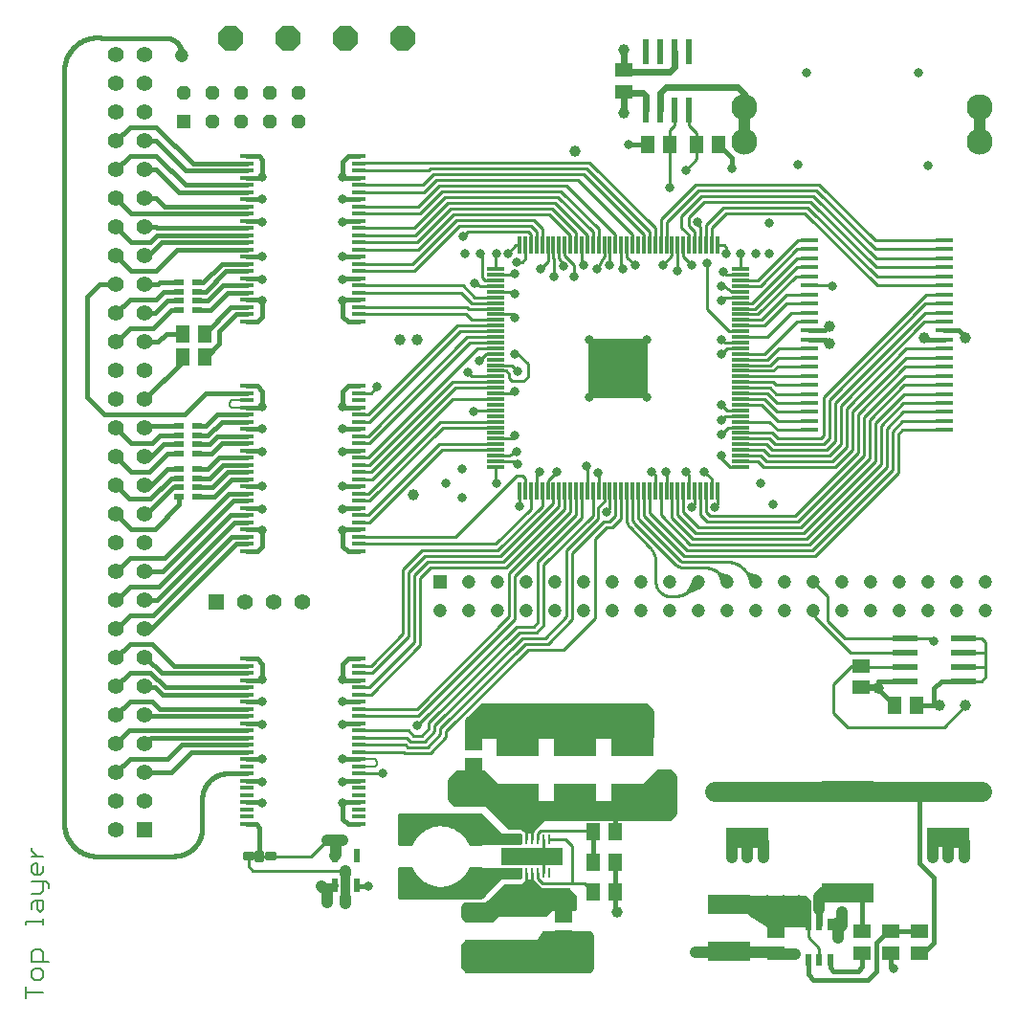
<source format=gtl>
G75*
%MOIN*%
%OFA0B0*%
%FSLAX25Y25*%
%IPPOS*%
%LPD*%
%AMOC8*
5,1,8,0,0,1.08239X$1,22.5*
%
%ADD10C,0.00800*%
%ADD11C,0.09055*%
%ADD12R,0.05906X0.05118*%
%ADD13R,0.14567X0.07087*%
%ADD14R,0.05537X0.05537*%
%ADD15C,0.05537*%
%ADD16R,0.05118X0.01575*%
%ADD17R,0.02362X0.08661*%
%ADD18R,0.06299X0.01181*%
%ADD19R,0.01181X0.06299*%
%ADD20C,0.03175*%
%ADD21C,0.00500*%
%ADD22C,0.16598*%
%ADD23R,0.02362X0.04331*%
%ADD24R,0.18110X0.07087*%
%ADD25R,0.05118X0.05906*%
%ADD26R,0.05906X0.01772*%
%ADD27R,0.04750X0.04750*%
%ADD28C,0.04750*%
%ADD29OC8,0.04750*%
%ADD30R,0.03543X0.01969*%
%ADD31R,0.02165X0.04724*%
%ADD32R,0.08661X0.02362*%
%ADD33C,0.01260*%
%ADD34R,0.00500X0.01000*%
%ADD35OC8,0.08500*%
%ADD36R,0.28740X0.03150*%
%ADD37C,0.01000*%
%ADD38R,0.01102X0.03228*%
%ADD39R,0.21654X0.06220*%
%ADD40C,0.03962*%
%ADD41C,0.04000*%
%ADD42C,0.05000*%
%ADD43C,0.03200*%
%ADD44C,0.01600*%
%ADD45C,0.02400*%
%ADD46C,0.07000*%
D10*
X0013395Y0010400D02*
X0013395Y0014537D01*
X0013395Y0012468D02*
X0019600Y0012468D01*
X0018566Y0016845D02*
X0019600Y0017880D01*
X0019600Y0019948D01*
X0018566Y0020982D01*
X0016497Y0020982D01*
X0015463Y0019948D01*
X0015463Y0017880D01*
X0016497Y0016845D01*
X0018566Y0016845D01*
X0019600Y0023291D02*
X0019600Y0026394D01*
X0018566Y0027428D01*
X0016497Y0027428D01*
X0015463Y0026394D01*
X0015463Y0023291D01*
X0021668Y0023291D01*
X0019600Y0036182D02*
X0019600Y0038250D01*
X0019600Y0037216D02*
X0013395Y0037216D01*
X0013395Y0036182D01*
X0015463Y0041513D02*
X0015463Y0043582D01*
X0016497Y0044616D01*
X0019600Y0044616D01*
X0019600Y0041513D01*
X0018566Y0040479D01*
X0017532Y0041513D01*
X0017532Y0044616D01*
X0018566Y0046924D02*
X0019600Y0047959D01*
X0019600Y0051061D01*
X0020634Y0051061D02*
X0015463Y0051061D01*
X0016497Y0053370D02*
X0015463Y0054404D01*
X0015463Y0056473D01*
X0016497Y0057507D01*
X0017532Y0057507D01*
X0017532Y0053370D01*
X0018566Y0053370D02*
X0016497Y0053370D01*
X0018566Y0053370D02*
X0019600Y0054404D01*
X0019600Y0056473D01*
X0019600Y0059815D02*
X0015463Y0059815D01*
X0017532Y0059815D02*
X0015463Y0061884D01*
X0015463Y0062918D01*
X0020634Y0051061D02*
X0021668Y0050027D01*
X0021668Y0048993D01*
X0018566Y0046924D02*
X0015463Y0046924D01*
X0129606Y0091250D02*
X0135250Y0091250D01*
X0136000Y0092000D01*
X0136000Y0093000D01*
X0135250Y0093750D01*
X0129606Y0093750D01*
X0090394Y0216250D02*
X0085250Y0216250D01*
X0084500Y0217000D01*
X0084500Y0218000D01*
X0085250Y0218750D01*
X0090394Y0218750D01*
D11*
X0264055Y0308701D03*
X0264055Y0320906D03*
X0345945Y0320906D03*
X0345945Y0308701D03*
D12*
X0222000Y0326260D03*
X0222000Y0333740D03*
X0304500Y0126240D03*
X0304500Y0118760D03*
X0169500Y0099240D03*
X0169500Y0091760D03*
X0201000Y0039240D03*
X0201000Y0031760D03*
X0275000Y0033740D03*
X0275000Y0026260D03*
X0305000Y0026260D03*
X0315000Y0026260D03*
X0325000Y0026260D03*
X0325000Y0033740D03*
X0315000Y0033740D03*
X0305000Y0033740D03*
D13*
X0258500Y0026929D03*
X0258500Y0043071D03*
X0265000Y0066429D03*
X0265000Y0082571D03*
X0225000Y0081929D03*
X0205000Y0081929D03*
X0185000Y0081929D03*
X0185000Y0098071D03*
X0205000Y0098071D03*
X0225000Y0098071D03*
X0185000Y0043071D03*
X0185000Y0026929D03*
X0335000Y0066429D03*
X0335000Y0082571D03*
D14*
X0080000Y0148500D03*
X0055000Y0069173D03*
D15*
X0045000Y0069173D03*
X0045000Y0079173D03*
X0055000Y0079173D03*
X0055000Y0089173D03*
X0045000Y0089173D03*
X0045000Y0099173D03*
X0055000Y0099173D03*
X0055000Y0109173D03*
X0045000Y0109173D03*
X0045000Y0119173D03*
X0055000Y0119173D03*
X0055000Y0129173D03*
X0045000Y0129173D03*
X0045000Y0139173D03*
X0055000Y0139173D03*
X0055000Y0149173D03*
X0045000Y0149173D03*
X0045000Y0159173D03*
X0055000Y0159173D03*
X0055000Y0169173D03*
X0045000Y0169173D03*
X0045000Y0179173D03*
X0055000Y0179173D03*
X0055000Y0189173D03*
X0045000Y0189173D03*
X0045000Y0199173D03*
X0055000Y0199173D03*
X0055000Y0209173D03*
X0045000Y0209173D03*
X0045000Y0219173D03*
X0055000Y0219173D03*
X0055000Y0229173D03*
X0045000Y0229173D03*
X0045000Y0239173D03*
X0055000Y0239173D03*
X0055000Y0249173D03*
X0045000Y0249173D03*
X0045000Y0259173D03*
X0055000Y0259173D03*
X0055000Y0269173D03*
X0045000Y0269173D03*
X0045000Y0279173D03*
X0055000Y0279173D03*
X0055000Y0289173D03*
X0045000Y0289173D03*
X0045000Y0299173D03*
X0055000Y0299173D03*
X0055000Y0309173D03*
X0045000Y0309173D03*
X0045000Y0319173D03*
X0055000Y0319173D03*
X0055000Y0329173D03*
X0045000Y0329173D03*
X0045000Y0339173D03*
X0055000Y0339173D03*
X0090000Y0148500D03*
X0100000Y0148500D03*
X0110000Y0148500D03*
D16*
X0090394Y0166250D03*
X0090394Y0168750D03*
X0090394Y0171250D03*
X0090394Y0173750D03*
X0090394Y0176250D03*
X0090394Y0178750D03*
X0090394Y0181250D03*
X0090394Y0183750D03*
X0090394Y0186250D03*
X0090394Y0188750D03*
X0090394Y0191250D03*
X0090394Y0193750D03*
X0090394Y0196250D03*
X0090394Y0198750D03*
X0090394Y0201250D03*
X0090394Y0203750D03*
X0090394Y0206250D03*
X0090394Y0208750D03*
X0090394Y0211250D03*
X0090394Y0213750D03*
X0090394Y0216250D03*
X0090394Y0218750D03*
X0090394Y0221250D03*
X0090394Y0223750D03*
X0090394Y0246250D03*
X0090394Y0248750D03*
X0090394Y0251250D03*
X0090394Y0253750D03*
X0090394Y0256250D03*
X0090394Y0258750D03*
X0090394Y0261250D03*
X0090394Y0263750D03*
X0090394Y0266250D03*
X0090394Y0268750D03*
X0090394Y0271250D03*
X0090394Y0273750D03*
X0090394Y0276250D03*
X0090394Y0278750D03*
X0090394Y0281250D03*
X0090394Y0283750D03*
X0090394Y0286250D03*
X0090394Y0288750D03*
X0090394Y0291250D03*
X0090394Y0293750D03*
X0090394Y0296250D03*
X0090394Y0298750D03*
X0090394Y0301250D03*
X0090394Y0303750D03*
X0129606Y0303750D03*
X0129606Y0301250D03*
X0129606Y0298750D03*
X0129606Y0296250D03*
X0129606Y0293750D03*
X0129606Y0291250D03*
X0129606Y0288750D03*
X0129606Y0286250D03*
X0129606Y0283750D03*
X0129606Y0281250D03*
X0129606Y0278750D03*
X0129606Y0276250D03*
X0129606Y0273750D03*
X0129606Y0271250D03*
X0129606Y0268750D03*
X0129606Y0266250D03*
X0129606Y0263750D03*
X0129606Y0261250D03*
X0129606Y0258750D03*
X0129606Y0256250D03*
X0129606Y0253750D03*
X0129606Y0251250D03*
X0129606Y0248750D03*
X0129606Y0246250D03*
X0129606Y0223750D03*
X0129606Y0221250D03*
X0129606Y0218750D03*
X0129606Y0216250D03*
X0129606Y0213750D03*
X0129606Y0211250D03*
X0129606Y0208750D03*
X0129606Y0206250D03*
X0129606Y0203750D03*
X0129606Y0201250D03*
X0129606Y0198750D03*
X0129606Y0196250D03*
X0129606Y0193750D03*
X0129606Y0191250D03*
X0129606Y0188750D03*
X0129606Y0186250D03*
X0129606Y0183750D03*
X0129606Y0181250D03*
X0129606Y0178750D03*
X0129606Y0176250D03*
X0129606Y0173750D03*
X0129606Y0171250D03*
X0129606Y0168750D03*
X0129606Y0166250D03*
X0129606Y0128750D03*
X0129606Y0126250D03*
X0129606Y0123750D03*
X0129606Y0121250D03*
X0129606Y0118750D03*
X0129606Y0116250D03*
X0129606Y0113750D03*
X0129606Y0111250D03*
X0129606Y0108750D03*
X0129606Y0106250D03*
X0129606Y0103750D03*
X0129606Y0101250D03*
X0129606Y0098750D03*
X0129606Y0096250D03*
X0129606Y0093750D03*
X0129606Y0091250D03*
X0129606Y0088750D03*
X0129606Y0086250D03*
X0129606Y0083750D03*
X0129606Y0081250D03*
X0129606Y0078750D03*
X0129606Y0076250D03*
X0129606Y0073750D03*
X0129606Y0071250D03*
X0090394Y0071250D03*
X0090394Y0073750D03*
X0090394Y0076250D03*
X0090394Y0078750D03*
X0090394Y0081250D03*
X0090394Y0083750D03*
X0090394Y0086250D03*
X0090394Y0088750D03*
X0090394Y0091250D03*
X0090394Y0093750D03*
X0090394Y0096250D03*
X0090394Y0098750D03*
X0090394Y0101250D03*
X0090394Y0103750D03*
X0090394Y0106250D03*
X0090394Y0108750D03*
X0090394Y0111250D03*
X0090394Y0113750D03*
X0090394Y0116250D03*
X0090394Y0118750D03*
X0090394Y0121250D03*
X0090394Y0123750D03*
X0090394Y0126250D03*
X0090394Y0128750D03*
D17*
X0229500Y0319764D03*
X0234500Y0319764D03*
X0239500Y0319764D03*
X0244500Y0319764D03*
X0244500Y0340236D03*
X0239500Y0340236D03*
X0234500Y0340236D03*
X0229500Y0340236D03*
D18*
X0262717Y0264449D03*
X0262717Y0262480D03*
X0262717Y0260512D03*
X0262717Y0258543D03*
X0262717Y0256575D03*
X0262717Y0254606D03*
X0262717Y0252638D03*
X0262717Y0250669D03*
X0262717Y0248701D03*
X0262717Y0246732D03*
X0262717Y0244764D03*
X0262717Y0242795D03*
X0262717Y0240827D03*
X0262717Y0238858D03*
X0262717Y0236890D03*
X0262717Y0234921D03*
X0262717Y0232953D03*
X0262717Y0230984D03*
X0262717Y0229016D03*
X0262717Y0227047D03*
X0262717Y0225079D03*
X0262717Y0223110D03*
X0262717Y0221142D03*
X0262717Y0219173D03*
X0262717Y0217205D03*
X0262717Y0215236D03*
X0262717Y0213268D03*
X0262717Y0211299D03*
X0262717Y0209331D03*
X0262717Y0207362D03*
X0262717Y0205394D03*
X0262717Y0203425D03*
X0262717Y0201457D03*
X0262717Y0199488D03*
X0262717Y0197520D03*
X0262717Y0195551D03*
X0177283Y0195551D03*
X0177283Y0197520D03*
X0177283Y0199488D03*
X0177283Y0201457D03*
X0177283Y0203425D03*
X0177283Y0205394D03*
X0177283Y0207362D03*
X0177283Y0209331D03*
X0177283Y0211299D03*
X0177283Y0213268D03*
X0177283Y0215236D03*
X0177283Y0217205D03*
X0177283Y0219173D03*
X0177283Y0221142D03*
X0177283Y0223110D03*
X0177283Y0225079D03*
X0177283Y0227047D03*
X0177283Y0229016D03*
X0177283Y0230984D03*
X0177283Y0232953D03*
X0177283Y0234921D03*
X0177283Y0236890D03*
X0177283Y0238858D03*
X0177283Y0240827D03*
X0177283Y0242795D03*
X0177283Y0244764D03*
X0177283Y0246732D03*
X0177283Y0248701D03*
X0177283Y0250669D03*
X0177283Y0252638D03*
X0177283Y0254606D03*
X0177283Y0256575D03*
X0177283Y0258543D03*
X0177283Y0260512D03*
X0177283Y0262480D03*
X0177283Y0264449D03*
D19*
X0185551Y0272717D03*
X0187520Y0272717D03*
X0189488Y0272717D03*
X0191457Y0272717D03*
X0193425Y0272717D03*
X0195394Y0272717D03*
X0197362Y0272717D03*
X0199331Y0272717D03*
X0201299Y0272717D03*
X0203268Y0272717D03*
X0205236Y0272717D03*
X0207205Y0272717D03*
X0209173Y0272717D03*
X0211142Y0272717D03*
X0213110Y0272717D03*
X0215079Y0272717D03*
X0217047Y0272717D03*
X0219016Y0272717D03*
X0220984Y0272717D03*
X0222953Y0272717D03*
X0224921Y0272717D03*
X0226890Y0272717D03*
X0228858Y0272717D03*
X0230827Y0272717D03*
X0232795Y0272717D03*
X0234764Y0272717D03*
X0236732Y0272717D03*
X0238701Y0272717D03*
X0240669Y0272717D03*
X0242638Y0272717D03*
X0244606Y0272717D03*
X0246575Y0272717D03*
X0248543Y0272717D03*
X0250512Y0272717D03*
X0252480Y0272717D03*
X0254449Y0272717D03*
X0254449Y0187283D03*
X0252480Y0187283D03*
X0250512Y0187283D03*
X0248543Y0187283D03*
X0246575Y0187283D03*
X0244606Y0187283D03*
X0242638Y0187283D03*
X0240669Y0187283D03*
X0238701Y0187283D03*
X0236732Y0187283D03*
X0234764Y0187283D03*
X0232795Y0187283D03*
X0230827Y0187283D03*
X0228858Y0187283D03*
X0226890Y0187283D03*
X0224921Y0187283D03*
X0222953Y0187283D03*
X0220984Y0187283D03*
X0219016Y0187283D03*
X0217047Y0187283D03*
X0215079Y0187283D03*
X0213110Y0187283D03*
X0211142Y0187283D03*
X0209173Y0187283D03*
X0207205Y0187283D03*
X0205236Y0187283D03*
X0203268Y0187283D03*
X0201299Y0187283D03*
X0199331Y0187283D03*
X0197362Y0187283D03*
X0195394Y0187283D03*
X0193425Y0187283D03*
X0191457Y0187283D03*
X0189488Y0187283D03*
X0187520Y0187283D03*
X0185551Y0187283D03*
D20*
X0177500Y0190000D03*
X0185000Y0196500D03*
X0184500Y0201000D03*
X0184000Y0206500D03*
X0169500Y0215000D03*
X0184000Y0222000D03*
X0185000Y0229000D03*
X0184000Y0235000D03*
X0171500Y0232500D03*
X0167500Y0228500D03*
X0136000Y0223500D03*
X0124000Y0216500D03*
X0124000Y0209000D03*
X0124000Y0201000D03*
X0124000Y0189000D03*
X0124000Y0181000D03*
X0124000Y0173500D03*
X0096000Y0173500D03*
X0096000Y0181000D03*
X0096000Y0189000D03*
X0096000Y0201000D03*
X0096000Y0209000D03*
X0096000Y0216500D03*
X0160000Y0190000D03*
X0165500Y0185000D03*
X0165500Y0195000D03*
X0185500Y0182000D03*
X0192500Y0194000D03*
X0198500Y0194000D03*
X0209000Y0196000D03*
X0213000Y0193500D03*
X0216000Y0180000D03*
X0231500Y0194000D03*
X0236500Y0194000D03*
X0243500Y0194000D03*
X0250000Y0194000D03*
X0256000Y0199500D03*
X0256000Y0207000D03*
X0256000Y0212000D03*
X0256000Y0217291D03*
X0230000Y0220000D03*
X0210000Y0220000D03*
X0210000Y0240000D03*
X0230000Y0240000D03*
X0256000Y0240000D03*
X0256000Y0235000D03*
X0256000Y0253500D03*
X0256000Y0258500D03*
X0256500Y0263500D03*
X0251000Y0266500D03*
X0245500Y0266000D03*
X0240500Y0264000D03*
X0235500Y0266000D03*
X0226000Y0266000D03*
X0221500Y0264500D03*
X0217000Y0266000D03*
X0212500Y0264500D03*
X0208000Y0266000D03*
X0204500Y0262000D03*
X0201000Y0265500D03*
X0197500Y0262000D03*
X0193000Y0264500D03*
X0184500Y0267000D03*
X0184000Y0263000D03*
X0184000Y0256000D03*
X0184000Y0247500D03*
X0170000Y0259500D03*
X0172000Y0270000D03*
X0166500Y0270000D03*
X0166000Y0276000D03*
X0177500Y0270000D03*
X0181500Y0270000D03*
X0124000Y0269000D03*
X0124000Y0261000D03*
X0124000Y0253500D03*
X0096000Y0253500D03*
X0096000Y0261000D03*
X0096000Y0269000D03*
X0096000Y0281000D03*
X0096000Y0289000D03*
X0096000Y0296500D03*
X0124000Y0296500D03*
X0124000Y0289000D03*
X0124000Y0281000D03*
X0223500Y0308000D03*
X0243500Y0299000D03*
X0238000Y0293000D03*
X0247500Y0281000D03*
X0257500Y0270000D03*
X0262500Y0270000D03*
X0268000Y0270000D03*
X0272500Y0270000D03*
X0272500Y0280500D03*
X0259500Y0299500D03*
X0282500Y0301000D03*
X0328000Y0300500D03*
X0324500Y0333000D03*
X0285500Y0333000D03*
X0294500Y0258500D03*
X0269500Y0190000D03*
X0274000Y0182500D03*
X0253500Y0181500D03*
X0245500Y0181500D03*
X0330000Y0135000D03*
X0197000Y0060000D03*
X0193500Y0060000D03*
X0190000Y0060000D03*
X0186500Y0060000D03*
X0183000Y0060000D03*
X0133000Y0049500D03*
X0124000Y0078500D03*
X0124000Y0086000D03*
X0124000Y0094000D03*
X0138000Y0089000D03*
X0150000Y0105500D03*
X0124000Y0106000D03*
X0124000Y0114000D03*
X0124000Y0121500D03*
X0096000Y0121500D03*
X0096000Y0114000D03*
X0096000Y0106000D03*
X0096000Y0094000D03*
X0096000Y0086000D03*
X0096000Y0078500D03*
X0316000Y0021000D03*
D21*
X0230000Y0220000D02*
X0210000Y0220000D01*
X0210000Y0240000D01*
X0230000Y0240000D01*
X0230000Y0220000D01*
X0230000Y0220357D02*
X0210000Y0220357D01*
X0210000Y0220855D02*
X0230000Y0220855D01*
X0230000Y0221354D02*
X0210000Y0221354D01*
X0210000Y0221852D02*
X0230000Y0221852D01*
X0230000Y0222351D02*
X0210000Y0222351D01*
X0210000Y0222849D02*
X0230000Y0222849D01*
X0230000Y0223348D02*
X0210000Y0223348D01*
X0210000Y0223846D02*
X0230000Y0223846D01*
X0230000Y0224345D02*
X0210000Y0224345D01*
X0210000Y0224843D02*
X0230000Y0224843D01*
X0230000Y0225342D02*
X0210000Y0225342D01*
X0210000Y0225841D02*
X0230000Y0225841D01*
X0230000Y0226339D02*
X0210000Y0226339D01*
X0210000Y0226838D02*
X0230000Y0226838D01*
X0230000Y0227336D02*
X0210000Y0227336D01*
X0210000Y0227835D02*
X0230000Y0227835D01*
X0230000Y0228333D02*
X0210000Y0228333D01*
X0210000Y0228832D02*
X0230000Y0228832D01*
X0230000Y0229330D02*
X0210000Y0229330D01*
X0210000Y0229829D02*
X0230000Y0229829D01*
X0230000Y0230327D02*
X0210000Y0230327D01*
X0210000Y0230826D02*
X0230000Y0230826D01*
X0230000Y0231324D02*
X0210000Y0231324D01*
X0210000Y0231823D02*
X0230000Y0231823D01*
X0230000Y0232321D02*
X0210000Y0232321D01*
X0210000Y0232820D02*
X0230000Y0232820D01*
X0230000Y0233318D02*
X0210000Y0233318D01*
X0210000Y0233817D02*
X0230000Y0233817D01*
X0230000Y0234315D02*
X0210000Y0234315D01*
X0210000Y0234814D02*
X0230000Y0234814D01*
X0230000Y0235312D02*
X0210000Y0235312D01*
X0210000Y0235811D02*
X0230000Y0235811D01*
X0230000Y0236309D02*
X0210000Y0236309D01*
X0210000Y0236808D02*
X0230000Y0236808D01*
X0230000Y0237306D02*
X0210000Y0237306D01*
X0210000Y0237805D02*
X0230000Y0237805D01*
X0230000Y0238303D02*
X0210000Y0238303D01*
X0210000Y0238802D02*
X0230000Y0238802D01*
X0230000Y0239300D02*
X0210000Y0239300D01*
X0210000Y0239799D02*
X0230000Y0239799D01*
D22*
X0220000Y0230000D03*
D23*
X0286260Y0036299D03*
X0290000Y0036299D03*
X0293740Y0036299D03*
X0293740Y0023701D03*
X0290000Y0023701D03*
X0286260Y0023701D03*
D24*
X0300000Y0047283D03*
X0300000Y0082717D03*
D25*
X0316260Y0112500D03*
X0323740Y0112500D03*
X0218740Y0068500D03*
X0211260Y0068500D03*
X0211260Y0058000D03*
X0218740Y0058000D03*
X0218740Y0047500D03*
X0211260Y0047500D03*
X0075740Y0234000D03*
X0068260Y0234000D03*
X0068260Y0242000D03*
X0075740Y0242000D03*
X0230260Y0308000D03*
X0237740Y0308000D03*
X0247260Y0308000D03*
X0254740Y0308000D03*
D26*
X0286413Y0274535D03*
X0286413Y0271386D03*
X0286413Y0268236D03*
X0286413Y0265087D03*
X0286413Y0261937D03*
X0286413Y0258787D03*
X0286413Y0255638D03*
X0286413Y0252488D03*
X0286413Y0249338D03*
X0286413Y0246189D03*
X0286413Y0243039D03*
X0286413Y0239890D03*
X0286413Y0236740D03*
X0286413Y0233590D03*
X0286413Y0230441D03*
X0286413Y0227291D03*
X0286413Y0224142D03*
X0286413Y0220992D03*
X0286413Y0217842D03*
X0286413Y0214693D03*
X0286413Y0211543D03*
X0286413Y0208394D03*
X0333658Y0208394D03*
X0333658Y0211543D03*
X0333658Y0214693D03*
X0333658Y0217842D03*
X0333658Y0220992D03*
X0333658Y0224142D03*
X0333658Y0227291D03*
X0333658Y0230441D03*
X0333658Y0233590D03*
X0333658Y0236740D03*
X0333658Y0239890D03*
X0333658Y0243039D03*
X0333658Y0246189D03*
X0333658Y0249338D03*
X0333658Y0252488D03*
X0333658Y0255638D03*
X0333658Y0258787D03*
X0333658Y0261937D03*
X0333658Y0265087D03*
X0333658Y0268236D03*
X0333658Y0271386D03*
X0333658Y0274535D03*
D27*
X0157953Y0155669D03*
X0068500Y0316000D03*
D28*
X0068000Y0339000D03*
X0167953Y0155669D03*
X0177953Y0155669D03*
X0187953Y0155669D03*
X0197953Y0155669D03*
X0207953Y0155669D03*
X0217953Y0155669D03*
X0227953Y0155669D03*
X0237953Y0155669D03*
X0247953Y0155669D03*
X0257953Y0155669D03*
X0267953Y0155669D03*
X0277953Y0155669D03*
X0287953Y0155669D03*
X0297953Y0155669D03*
X0307953Y0155669D03*
X0317953Y0155669D03*
X0327953Y0155669D03*
X0337953Y0155669D03*
X0347953Y0155669D03*
X0347953Y0145669D03*
X0337953Y0145669D03*
X0327953Y0145669D03*
X0317953Y0145669D03*
X0307953Y0145669D03*
X0297953Y0145669D03*
X0287953Y0145669D03*
X0277953Y0145669D03*
X0267953Y0145669D03*
X0257953Y0145669D03*
X0247953Y0145669D03*
X0237953Y0145669D03*
X0227953Y0145669D03*
X0217953Y0145669D03*
X0207953Y0145669D03*
X0197953Y0145669D03*
X0187953Y0145669D03*
X0177953Y0145669D03*
X0167953Y0145669D03*
X0157953Y0145669D03*
D29*
X0108500Y0316000D03*
X0108500Y0326000D03*
X0098500Y0326000D03*
X0088500Y0326000D03*
X0088500Y0316000D03*
X0098500Y0316000D03*
X0078500Y0316000D03*
X0078500Y0326000D03*
X0068500Y0326000D03*
D30*
X0066850Y0259724D03*
X0066850Y0256575D03*
X0066850Y0253425D03*
X0066850Y0250276D03*
X0073150Y0250276D03*
X0073150Y0253425D03*
X0073150Y0256575D03*
X0073150Y0259724D03*
X0073150Y0209724D03*
X0073150Y0206575D03*
X0073150Y0203425D03*
X0073150Y0200276D03*
X0073150Y0194724D03*
X0073150Y0191575D03*
X0073150Y0188425D03*
X0073150Y0185276D03*
X0066850Y0185276D03*
X0066850Y0188425D03*
X0066850Y0191575D03*
X0066850Y0194724D03*
X0066850Y0200276D03*
X0066850Y0203425D03*
X0066850Y0206575D03*
X0066850Y0209724D03*
D31*
X0121260Y0060118D03*
X0128740Y0060118D03*
X0128740Y0049882D03*
X0125000Y0049882D03*
X0121260Y0049882D03*
D32*
X0319764Y0121000D03*
X0319764Y0126000D03*
X0319764Y0131000D03*
X0319764Y0136000D03*
X0340236Y0136000D03*
X0340236Y0131000D03*
X0340236Y0126000D03*
X0340236Y0121000D03*
D33*
X0097599Y0060945D02*
X0097599Y0059055D01*
X0097599Y0060945D02*
X0100275Y0060945D01*
X0100275Y0059055D01*
X0097599Y0059055D01*
X0097599Y0060314D02*
X0100275Y0060314D01*
X0094055Y0061338D02*
X0094055Y0058662D01*
X0094055Y0061338D02*
X0095945Y0061338D01*
X0095945Y0058662D01*
X0094055Y0058662D01*
X0094055Y0059921D02*
X0095945Y0059921D01*
X0095945Y0061180D02*
X0094055Y0061180D01*
X0089725Y0060945D02*
X0089725Y0059055D01*
X0089725Y0060945D02*
X0092401Y0060945D01*
X0092401Y0059055D01*
X0089725Y0059055D01*
X0089725Y0060314D02*
X0092401Y0060314D01*
D34*
X0096750Y0060000D03*
D35*
X0105000Y0345000D03*
X0085000Y0345000D03*
X0125000Y0345000D03*
X0145000Y0345000D03*
D36*
X0158000Y0072598D03*
X0158000Y0047402D03*
D37*
X0157874Y0048949D02*
X0158382Y0048953D01*
X0159016Y0048992D01*
X0159535Y0049055D01*
X0160197Y0049161D01*
X0160831Y0049307D01*
X0161335Y0049461D01*
X0161795Y0049610D01*
X0162260Y0049799D01*
X0162819Y0050051D01*
X0163217Y0050256D01*
X0163685Y0050520D01*
X0164063Y0050764D01*
X0164437Y0051012D01*
X0164831Y0051315D01*
X0165413Y0051803D01*
X0165961Y0052327D01*
X0166488Y0052898D01*
X0167264Y0053984D01*
X0167850Y0054972D01*
X0168244Y0055866D01*
X0172370Y0055866D01*
X0172370Y0045630D01*
X0143630Y0045630D01*
X0143630Y0055866D01*
X0147756Y0055866D01*
X0147913Y0055480D01*
X0148118Y0055063D01*
X0148358Y0054591D01*
X0148669Y0054098D01*
X0148917Y0053697D01*
X0149150Y0053394D01*
X0149531Y0052906D01*
X0149949Y0052425D01*
X0150488Y0051886D01*
X0150724Y0051669D01*
X0151138Y0051323D01*
X0151563Y0051008D01*
X0152051Y0050661D01*
X0152433Y0050445D01*
X0152925Y0050173D01*
X0153492Y0049913D01*
X0153969Y0049705D01*
X0154752Y0049433D01*
X0155461Y0049248D01*
X0156173Y0049098D01*
X0157012Y0048996D01*
X0157874Y0048949D01*
X0153449Y0049933D02*
X0143630Y0049933D01*
X0143630Y0048934D02*
X0172370Y0048934D01*
X0172500Y0048934D02*
X0175434Y0048934D01*
X0174436Y0047936D02*
X0172500Y0047936D01*
X0172370Y0047936D02*
X0143630Y0047936D01*
X0143630Y0046937D02*
X0172370Y0046937D01*
X0172500Y0046937D02*
X0173437Y0046937D01*
X0172500Y0046000D02*
X0172500Y0055500D01*
X0186000Y0055500D01*
X0186000Y0052500D01*
X0179000Y0052500D01*
X0172500Y0046000D01*
X0172370Y0045939D02*
X0143630Y0045939D01*
X0143630Y0050932D02*
X0151671Y0050932D01*
X0150444Y0051930D02*
X0143630Y0051930D01*
X0143630Y0052929D02*
X0149513Y0052929D01*
X0148775Y0053927D02*
X0143630Y0053927D01*
X0143630Y0054926D02*
X0148188Y0054926D01*
X0147756Y0064134D02*
X0143630Y0064134D01*
X0143630Y0074370D01*
X0172370Y0074370D01*
X0172370Y0064134D01*
X0168244Y0064134D01*
X0168087Y0064520D01*
X0167882Y0064937D01*
X0167642Y0065409D01*
X0167331Y0065902D01*
X0167083Y0066303D01*
X0166850Y0066606D01*
X0166469Y0067094D01*
X0166051Y0067575D01*
X0165512Y0068114D01*
X0165276Y0068331D01*
X0164862Y0068677D01*
X0164437Y0068992D01*
X0163949Y0069339D01*
X0163567Y0069555D01*
X0163075Y0069827D01*
X0162508Y0070087D01*
X0162031Y0070295D01*
X0161248Y0070567D01*
X0160539Y0070752D01*
X0159827Y0070902D01*
X0158988Y0071004D01*
X0158126Y0071051D01*
X0157618Y0071047D01*
X0156984Y0071008D01*
X0156465Y0070945D01*
X0155803Y0070839D01*
X0155169Y0070693D01*
X0154665Y0070539D01*
X0154205Y0070390D01*
X0153740Y0070201D01*
X0153181Y0069949D01*
X0152783Y0069744D01*
X0152315Y0069480D01*
X0151937Y0069236D01*
X0151563Y0068988D01*
X0151169Y0068685D01*
X0150587Y0068197D01*
X0150039Y0067673D01*
X0149512Y0067102D01*
X0148736Y0066016D01*
X0148150Y0065028D01*
X0147756Y0064134D01*
X0148098Y0064911D02*
X0143630Y0064911D01*
X0143630Y0065909D02*
X0148673Y0065909D01*
X0149373Y0066908D02*
X0143630Y0066908D01*
X0143630Y0067906D02*
X0150283Y0067906D01*
X0151455Y0068905D02*
X0143630Y0068905D01*
X0143630Y0069903D02*
X0153093Y0069903D01*
X0156196Y0070902D02*
X0143630Y0070902D01*
X0143630Y0071900D02*
X0172370Y0071900D01*
X0172500Y0071900D02*
X0174600Y0071900D01*
X0175598Y0070902D02*
X0172500Y0070902D01*
X0172370Y0070902D02*
X0159825Y0070902D01*
X0162908Y0069903D02*
X0172370Y0069903D01*
X0172500Y0069903D02*
X0176597Y0069903D01*
X0177595Y0068905D02*
X0172500Y0068905D01*
X0172370Y0068905D02*
X0164555Y0068905D01*
X0165720Y0067906D02*
X0172370Y0067906D01*
X0172500Y0067906D02*
X0178594Y0067906D01*
X0179000Y0067500D02*
X0172500Y0074000D01*
X0172500Y0064500D01*
X0186000Y0064500D01*
X0186000Y0067500D01*
X0179000Y0067500D01*
X0182000Y0070000D02*
X0174000Y0078000D01*
X0163000Y0078000D01*
X0161000Y0080000D01*
X0161000Y0086500D01*
X0164000Y0089500D01*
X0173000Y0089500D01*
X0183500Y0079000D01*
X0223000Y0079000D01*
X0234000Y0090000D01*
X0238000Y0090000D01*
X0240000Y0088000D01*
X0240000Y0075000D01*
X0238000Y0073000D01*
X0194000Y0073000D01*
X0190000Y0068500D01*
X0190000Y0065945D01*
X0191969Y0065945D02*
X0191969Y0067969D01*
X0193000Y0069000D01*
X0210760Y0069000D01*
X0211260Y0068500D01*
X0204000Y0063500D02*
X0204000Y0050500D01*
X0208260Y0050500D01*
X0211260Y0047500D01*
X0205000Y0046000D02*
X0205000Y0041500D01*
X0196500Y0041500D01*
X0194500Y0039500D01*
X0178000Y0039500D01*
X0176000Y0037500D01*
X0167000Y0037500D01*
X0165500Y0039000D01*
X0165500Y0042500D01*
X0166500Y0043500D01*
X0174000Y0043500D01*
X0180500Y0050000D01*
X0186500Y0050000D01*
X0188000Y0051500D01*
X0190000Y0051500D01*
X0193000Y0048500D01*
X0202500Y0048500D01*
X0205000Y0046000D01*
X0205000Y0045939D02*
X0176439Y0045939D01*
X0177437Y0046937D02*
X0204063Y0046937D01*
X0203064Y0047936D02*
X0178436Y0047936D01*
X0179434Y0048934D02*
X0192566Y0048934D01*
X0191567Y0049933D02*
X0180433Y0049933D01*
X0178430Y0051930D02*
X0172500Y0051930D01*
X0172370Y0051930D02*
X0165546Y0051930D01*
X0166510Y0052929D02*
X0172370Y0052929D01*
X0172500Y0052929D02*
X0186000Y0052929D01*
X0186000Y0053927D02*
X0172500Y0053927D01*
X0172370Y0053927D02*
X0167223Y0053927D01*
X0167823Y0054926D02*
X0172370Y0054926D01*
X0172500Y0054926D02*
X0186000Y0054926D01*
X0188031Y0054055D02*
X0188031Y0051031D01*
X0188000Y0051000D01*
X0187432Y0050932D02*
X0190568Y0050932D01*
X0190000Y0051000D02*
X0190000Y0054055D01*
X0191969Y0054055D02*
X0191969Y0052031D01*
X0193500Y0050500D01*
X0204000Y0050500D01*
X0205000Y0044940D02*
X0175440Y0044940D01*
X0174442Y0043942D02*
X0205000Y0043942D01*
X0205000Y0042943D02*
X0165943Y0042943D01*
X0165500Y0041945D02*
X0205000Y0041945D01*
X0195946Y0040946D02*
X0165500Y0040946D01*
X0165500Y0039948D02*
X0194948Y0039948D01*
X0194000Y0033500D02*
X0210000Y0033500D01*
X0211000Y0032500D01*
X0211000Y0021000D01*
X0210000Y0020000D01*
X0167000Y0020000D01*
X0165500Y0021500D01*
X0165500Y0029000D01*
X0167000Y0030500D01*
X0192000Y0030500D01*
X0194000Y0033500D01*
X0193639Y0032958D02*
X0210542Y0032958D01*
X0211000Y0031960D02*
X0192973Y0031960D01*
X0192308Y0030961D02*
X0211000Y0030961D01*
X0211000Y0029963D02*
X0166463Y0029963D01*
X0165500Y0028964D02*
X0211000Y0028964D01*
X0211000Y0027966D02*
X0165500Y0027966D01*
X0165500Y0026967D02*
X0211000Y0026967D01*
X0211000Y0025969D02*
X0165500Y0025969D01*
X0165500Y0024970D02*
X0211000Y0024970D01*
X0211000Y0023972D02*
X0165500Y0023972D01*
X0165500Y0022973D02*
X0211000Y0022973D01*
X0211000Y0021975D02*
X0165500Y0021975D01*
X0166024Y0020976D02*
X0210976Y0020976D01*
X0177449Y0038949D02*
X0165551Y0038949D01*
X0166549Y0037951D02*
X0176451Y0037951D01*
X0176433Y0049933D02*
X0172500Y0049933D01*
X0172370Y0049933D02*
X0162557Y0049933D01*
X0164316Y0050932D02*
X0172370Y0050932D01*
X0172500Y0050932D02*
X0177432Y0050932D01*
X0193937Y0054055D02*
X0193937Y0059563D01*
X0193500Y0060000D01*
X0193937Y0060437D01*
X0193937Y0065945D01*
X0195906Y0065945D02*
X0201555Y0065945D01*
X0204000Y0063500D01*
X0193910Y0072899D02*
X0179101Y0072899D01*
X0178103Y0073897D02*
X0238897Y0073897D01*
X0239896Y0074896D02*
X0177104Y0074896D01*
X0176106Y0075894D02*
X0240000Y0075894D01*
X0240000Y0076893D02*
X0175107Y0076893D01*
X0174109Y0077891D02*
X0240000Y0077891D01*
X0240000Y0078890D02*
X0162110Y0078890D01*
X0161112Y0079888D02*
X0182612Y0079888D01*
X0181613Y0080887D02*
X0161000Y0080887D01*
X0161000Y0081885D02*
X0180615Y0081885D01*
X0179616Y0082884D02*
X0161000Y0082884D01*
X0161000Y0083882D02*
X0178618Y0083882D01*
X0177619Y0084881D02*
X0161000Y0084881D01*
X0161000Y0085879D02*
X0176621Y0085879D01*
X0175622Y0086878D02*
X0161378Y0086878D01*
X0162376Y0087876D02*
X0174624Y0087876D01*
X0173625Y0088875D02*
X0163375Y0088875D01*
X0154500Y0096000D02*
X0145500Y0096000D01*
X0145250Y0096250D01*
X0129606Y0096250D01*
X0129606Y0098750D02*
X0145750Y0098750D01*
X0146500Y0098000D01*
X0153500Y0098000D01*
X0158000Y0102500D01*
X0158000Y0104500D01*
X0187500Y0134000D01*
X0195500Y0134000D01*
X0204000Y0142500D01*
X0204000Y0165500D01*
X0215000Y0176500D01*
X0217000Y0176500D01*
X0219016Y0178516D01*
X0219016Y0187283D01*
X0220984Y0187283D02*
X0220984Y0177484D01*
X0218000Y0174500D01*
X0216000Y0174500D01*
X0212000Y0170500D01*
X0212000Y0143000D01*
X0201000Y0132000D01*
X0188500Y0132000D01*
X0160000Y0103500D01*
X0160000Y0101500D01*
X0154500Y0096000D01*
X0152500Y0100000D02*
X0147500Y0100000D01*
X0146250Y0101250D01*
X0129606Y0101250D01*
X0129606Y0103750D02*
X0146750Y0103750D01*
X0148500Y0102000D01*
X0151500Y0102000D01*
X0154000Y0104500D01*
X0154000Y0106500D01*
X0185500Y0138000D01*
X0191500Y0138000D01*
X0194000Y0140500D01*
X0194000Y0161500D01*
X0211142Y0178642D01*
X0211142Y0187283D01*
X0213110Y0187283D02*
X0213110Y0192890D01*
X0213000Y0193500D01*
X0209173Y0195827D02*
X0209173Y0187283D01*
X0207205Y0187283D02*
X0207205Y0181795D01*
X0207205Y0177705D01*
X0192000Y0162500D01*
X0192000Y0141500D01*
X0190500Y0140000D01*
X0186500Y0140000D01*
X0184500Y0140000D01*
X0150000Y0105500D01*
X0150250Y0108750D02*
X0129606Y0108750D01*
X0129606Y0111250D02*
X0149750Y0111250D01*
X0182000Y0143500D01*
X0182000Y0158500D01*
X0203268Y0179768D01*
X0203268Y0187283D01*
X0205236Y0187283D02*
X0205236Y0178736D01*
X0184000Y0157500D01*
X0184000Y0142500D01*
X0150250Y0108750D01*
X0156000Y0105500D02*
X0156000Y0103500D01*
X0152500Y0100000D01*
X0156000Y0105500D02*
X0186500Y0136000D01*
X0194500Y0136000D01*
X0202000Y0143500D01*
X0202000Y0166500D01*
X0213000Y0177500D01*
X0213000Y0181500D01*
X0215079Y0183579D01*
X0215079Y0187283D01*
X0217047Y0187283D02*
X0217047Y0181047D01*
X0216000Y0180000D01*
X0222953Y0177178D02*
X0222953Y0187283D01*
X0224921Y0187283D02*
X0224921Y0177614D01*
X0225653Y0175847D02*
X0239847Y0161653D01*
X0241634Y0162866D02*
X0227256Y0177244D01*
X0224106Y0174394D02*
X0224020Y0174483D01*
X0223937Y0174574D01*
X0223856Y0174668D01*
X0223779Y0174765D01*
X0223705Y0174864D01*
X0223634Y0174965D01*
X0223566Y0175068D01*
X0223501Y0175174D01*
X0223440Y0175281D01*
X0223382Y0175391D01*
X0223328Y0175502D01*
X0223277Y0175614D01*
X0223229Y0175729D01*
X0223186Y0175844D01*
X0223146Y0175961D01*
X0223109Y0176080D01*
X0223077Y0176199D01*
X0223048Y0176319D01*
X0223023Y0176440D01*
X0223001Y0176562D01*
X0222984Y0176685D01*
X0222970Y0176807D01*
X0222961Y0176931D01*
X0222955Y0177054D01*
X0222953Y0177178D01*
X0224106Y0174394D02*
X0230694Y0167806D01*
X0233000Y0162238D02*
X0233000Y0155571D01*
X0234464Y0152036D02*
X0234536Y0151964D01*
X0238071Y0150500D02*
X0239522Y0150500D01*
X0244000Y0152000D02*
X0248500Y0154000D01*
X0247953Y0155669D02*
X0245090Y0152806D01*
X0244000Y0152000D02*
X0246000Y0155500D01*
X0249861Y0160500D02*
X0250048Y0160498D01*
X0250236Y0160491D01*
X0250423Y0160480D01*
X0250609Y0160464D01*
X0250796Y0160444D01*
X0250982Y0160420D01*
X0251167Y0160391D01*
X0251351Y0160358D01*
X0251535Y0160320D01*
X0251717Y0160278D01*
X0251899Y0160232D01*
X0252079Y0160181D01*
X0252259Y0160126D01*
X0252436Y0160067D01*
X0252613Y0160004D01*
X0252787Y0159936D01*
X0252961Y0159864D01*
X0253132Y0159788D01*
X0253302Y0159709D01*
X0253469Y0159625D01*
X0253635Y0159537D01*
X0253798Y0159445D01*
X0253959Y0159349D01*
X0254118Y0159250D01*
X0254274Y0159147D01*
X0254428Y0159040D01*
X0254580Y0158929D01*
X0254728Y0158815D01*
X0254874Y0158698D01*
X0255017Y0158577D01*
X0255158Y0158452D01*
X0255295Y0158325D01*
X0255429Y0158194D01*
X0255428Y0158194D02*
X0257953Y0155669D01*
X0257861Y0162500D02*
X0258048Y0162498D01*
X0258236Y0162491D01*
X0258423Y0162480D01*
X0258609Y0162464D01*
X0258796Y0162444D01*
X0258982Y0162420D01*
X0259167Y0162391D01*
X0259351Y0162358D01*
X0259535Y0162320D01*
X0259717Y0162278D01*
X0259899Y0162232D01*
X0260079Y0162181D01*
X0260259Y0162126D01*
X0260436Y0162067D01*
X0260613Y0162004D01*
X0260787Y0161936D01*
X0260961Y0161864D01*
X0261132Y0161788D01*
X0261302Y0161709D01*
X0261469Y0161625D01*
X0261635Y0161537D01*
X0261798Y0161445D01*
X0261959Y0161349D01*
X0262118Y0161250D01*
X0262274Y0161147D01*
X0262428Y0161040D01*
X0262580Y0160929D01*
X0262728Y0160815D01*
X0262874Y0160698D01*
X0263017Y0160577D01*
X0263158Y0160452D01*
X0263295Y0160325D01*
X0263429Y0160194D01*
X0263428Y0160194D02*
X0267953Y0155669D01*
X0266500Y0154500D02*
X0265000Y0158500D01*
X0268500Y0157500D01*
X0258500Y0157500D02*
X0255000Y0158500D01*
X0256500Y0154500D01*
X0249861Y0160500D02*
X0242631Y0160500D01*
X0242518Y0162500D02*
X0257861Y0162500D01*
X0245000Y0168500D02*
X0286500Y0168500D01*
X0313500Y0195500D01*
X0313500Y0209000D01*
X0319193Y0214693D01*
X0333658Y0214693D01*
X0333658Y0217842D02*
X0319342Y0217842D01*
X0311500Y0210000D01*
X0311500Y0196500D01*
X0285500Y0170500D01*
X0246000Y0170500D01*
X0238701Y0177799D01*
X0238701Y0187283D01*
X0240669Y0187283D02*
X0240669Y0178831D01*
X0247000Y0172500D01*
X0284500Y0172500D01*
X0309500Y0197500D01*
X0309500Y0211000D01*
X0319492Y0220992D01*
X0333658Y0220992D01*
X0333658Y0224142D02*
X0319642Y0224142D01*
X0307500Y0212000D01*
X0307500Y0198500D01*
X0283500Y0174500D01*
X0248000Y0174500D01*
X0242638Y0179862D01*
X0242638Y0187283D01*
X0244606Y0187283D02*
X0244606Y0192894D01*
X0243500Y0194000D01*
X0250000Y0194000D02*
X0251000Y0193000D01*
X0252480Y0191520D01*
X0252480Y0187283D01*
X0250512Y0187283D02*
X0250512Y0179988D01*
X0252000Y0178500D01*
X0281500Y0178500D01*
X0303500Y0200500D01*
X0303500Y0214000D01*
X0319941Y0230441D01*
X0333658Y0230441D01*
X0333658Y0233590D02*
X0320090Y0233590D01*
X0301500Y0215000D01*
X0301500Y0201500D01*
X0295500Y0195500D01*
X0270500Y0195500D01*
X0268500Y0197500D01*
X0262736Y0197500D01*
X0262717Y0197520D01*
X0262717Y0199488D02*
X0269512Y0199488D01*
X0271500Y0197500D01*
X0294500Y0197500D01*
X0299500Y0202500D01*
X0299500Y0216000D01*
X0320240Y0236740D01*
X0333658Y0236740D01*
X0333658Y0227291D02*
X0319791Y0227291D01*
X0305500Y0213000D01*
X0305500Y0199500D01*
X0282500Y0176500D01*
X0251000Y0176500D01*
X0248543Y0178957D01*
X0248543Y0187283D01*
X0246575Y0187283D02*
X0246575Y0182575D01*
X0245500Y0181500D01*
X0253500Y0181500D02*
X0254449Y0182449D01*
X0254449Y0187283D01*
X0258949Y0195551D02*
X0256000Y0198500D01*
X0256000Y0199500D01*
X0258949Y0195551D02*
X0262717Y0195551D01*
X0262717Y0201457D02*
X0270543Y0201457D01*
X0272500Y0199500D01*
X0293500Y0199500D01*
X0297500Y0203500D01*
X0297500Y0217000D01*
X0326689Y0246189D01*
X0333658Y0246189D01*
X0333658Y0249338D02*
X0326838Y0249338D01*
X0295500Y0218000D01*
X0295500Y0204500D01*
X0292500Y0201500D01*
X0273500Y0201500D01*
X0271575Y0203425D01*
X0262717Y0203425D01*
X0262717Y0205394D02*
X0272606Y0205394D01*
X0274500Y0203500D01*
X0291500Y0203500D01*
X0293500Y0205500D01*
X0293500Y0219000D01*
X0326988Y0252488D01*
X0333658Y0252488D01*
X0333658Y0255638D02*
X0327138Y0255638D01*
X0291500Y0220000D01*
X0291500Y0206500D01*
X0290500Y0205500D01*
X0275500Y0205500D01*
X0273638Y0207362D01*
X0262717Y0207362D01*
X0262717Y0209331D02*
X0258331Y0209331D01*
X0256000Y0207000D01*
X0256000Y0212000D02*
X0257268Y0213268D01*
X0262717Y0213268D01*
X0262717Y0215236D02*
X0258055Y0215236D01*
X0256000Y0217291D01*
X0262717Y0217205D02*
X0269795Y0217205D01*
X0275457Y0211543D01*
X0286413Y0211543D01*
X0286413Y0208394D02*
X0275606Y0208394D01*
X0272701Y0211299D01*
X0262717Y0211299D01*
X0262717Y0219173D02*
X0270827Y0219173D01*
X0275307Y0214693D01*
X0286413Y0214693D01*
X0286413Y0217842D02*
X0275158Y0217842D01*
X0271858Y0221142D01*
X0262717Y0221142D01*
X0262717Y0223110D02*
X0272890Y0223110D01*
X0275008Y0220992D01*
X0286413Y0220992D01*
X0286413Y0224142D02*
X0274858Y0224142D01*
X0273921Y0225079D01*
X0262717Y0225079D01*
X0262717Y0227047D02*
X0286170Y0227047D01*
X0286413Y0227291D01*
X0286413Y0230441D02*
X0275441Y0230441D01*
X0274016Y0229016D01*
X0262717Y0229016D01*
X0262717Y0230984D02*
X0272984Y0230984D01*
X0275590Y0233590D01*
X0286413Y0233590D01*
X0286413Y0236740D02*
X0275740Y0236740D01*
X0271953Y0232953D01*
X0262717Y0232953D01*
X0262717Y0234921D02*
X0270921Y0234921D01*
X0282189Y0246189D01*
X0286413Y0246189D01*
X0286413Y0249338D02*
X0280338Y0249338D01*
X0271827Y0240827D01*
X0262717Y0240827D01*
X0262717Y0242795D02*
X0258705Y0242795D01*
X0251000Y0250500D01*
X0251000Y0266500D01*
X0245500Y0266000D02*
X0242638Y0268862D01*
X0242638Y0272717D01*
X0244606Y0272717D02*
X0244606Y0276394D01*
X0242000Y0279000D01*
X0242000Y0283000D01*
X0249000Y0290000D01*
X0288000Y0290000D01*
X0309764Y0268236D01*
X0333658Y0268236D01*
X0333658Y0265087D02*
X0309913Y0265087D01*
X0287000Y0288000D01*
X0250000Y0288000D01*
X0244500Y0282500D01*
X0244500Y0279500D01*
X0246575Y0277425D01*
X0246575Y0272717D01*
X0248543Y0272717D02*
X0248543Y0278957D01*
X0247500Y0281000D01*
X0250512Y0279988D02*
X0256500Y0286000D01*
X0286000Y0286000D01*
X0310063Y0261937D01*
X0333658Y0261937D01*
X0333658Y0258787D02*
X0310213Y0258787D01*
X0285000Y0284000D01*
X0257500Y0284000D01*
X0252500Y0279000D01*
X0252500Y0272736D01*
X0252480Y0272717D01*
X0250512Y0272717D02*
X0250512Y0279988D01*
X0254449Y0272717D02*
X0256783Y0272717D01*
X0257500Y0272000D01*
X0257500Y0270000D01*
X0262500Y0270000D02*
X0262717Y0269783D01*
X0262717Y0264449D01*
X0262717Y0262480D02*
X0257520Y0262480D01*
X0256500Y0263500D01*
X0256000Y0258500D02*
X0257000Y0258500D01*
X0259425Y0256575D01*
X0262717Y0256575D01*
X0262717Y0258543D02*
X0269543Y0258543D01*
X0282386Y0271386D01*
X0286413Y0271386D01*
X0286413Y0274535D02*
X0282535Y0274535D01*
X0268512Y0260512D01*
X0262717Y0260512D01*
X0262717Y0254606D02*
X0257106Y0254606D01*
X0256000Y0253500D01*
X0262717Y0252638D02*
X0266638Y0252638D01*
X0282236Y0268236D01*
X0286413Y0268236D01*
X0286413Y0265087D02*
X0282087Y0265087D01*
X0267669Y0250669D01*
X0262717Y0250669D01*
X0262717Y0248701D02*
X0268701Y0248701D01*
X0281937Y0261937D01*
X0286413Y0261937D01*
X0286413Y0258787D02*
X0294213Y0258787D01*
X0294500Y0258500D01*
X0286413Y0255638D02*
X0278638Y0255638D01*
X0269732Y0246732D01*
X0262717Y0246732D01*
X0262717Y0244764D02*
X0270764Y0244764D01*
X0278488Y0252488D01*
X0286413Y0252488D01*
X0262717Y0238858D02*
X0257142Y0238858D01*
X0256000Y0240000D01*
X0257890Y0236890D02*
X0256000Y0235000D01*
X0257890Y0236890D02*
X0262717Y0236890D01*
X0240500Y0264000D02*
X0240669Y0264169D01*
X0240669Y0272717D01*
X0238701Y0272717D02*
X0238701Y0269201D01*
X0235500Y0266000D01*
X0226000Y0266000D02*
X0222953Y0268547D01*
X0222953Y0272717D01*
X0224921Y0272717D02*
X0224921Y0276579D01*
X0206000Y0295500D01*
X0156500Y0295500D01*
X0152250Y0291250D01*
X0129606Y0291250D01*
X0129606Y0293750D02*
X0151750Y0293750D01*
X0155500Y0297500D01*
X0208000Y0297500D01*
X0228858Y0276642D01*
X0228858Y0272717D01*
X0230827Y0272717D02*
X0230827Y0277673D01*
X0209000Y0299500D01*
X0154500Y0299500D01*
X0153750Y0298750D01*
X0129606Y0298750D01*
X0129606Y0301250D02*
X0129856Y0301500D01*
X0210000Y0301500D01*
X0232795Y0278705D01*
X0232795Y0272717D01*
X0234764Y0272717D02*
X0234764Y0281764D01*
X0247000Y0294000D01*
X0290000Y0294000D01*
X0309465Y0274535D01*
X0333658Y0274535D01*
X0333658Y0271386D02*
X0309614Y0271386D01*
X0289000Y0292000D01*
X0248000Y0292000D01*
X0236732Y0280732D01*
X0236732Y0272717D01*
X0220984Y0272717D02*
X0220984Y0265016D01*
X0221500Y0264500D01*
X0217000Y0266000D02*
X0217047Y0267047D01*
X0217047Y0272717D01*
X0215079Y0272717D02*
X0215079Y0269079D01*
X0212500Y0264500D01*
X0208000Y0266000D02*
X0207205Y0267795D01*
X0207205Y0272717D01*
X0209173Y0272717D02*
X0209173Y0276327D01*
X0198000Y0287500D01*
X0160500Y0287500D01*
X0149250Y0276250D01*
X0129606Y0276250D01*
X0129606Y0273750D02*
X0149750Y0273750D01*
X0161500Y0285500D01*
X0197000Y0285500D01*
X0205236Y0277264D01*
X0205236Y0272717D01*
X0203268Y0272717D02*
X0203268Y0276232D01*
X0196000Y0283500D01*
X0162500Y0283500D01*
X0150250Y0271250D01*
X0129606Y0271250D01*
X0129606Y0266250D02*
X0148250Y0266250D01*
X0163500Y0281500D01*
X0190500Y0281500D01*
X0193425Y0278575D01*
X0193425Y0272717D01*
X0191457Y0272717D02*
X0191457Y0277543D01*
X0189500Y0279500D01*
X0164500Y0279500D01*
X0148750Y0263750D01*
X0129606Y0263750D01*
X0129606Y0258750D02*
X0165750Y0258750D01*
X0169894Y0254606D01*
X0177283Y0254606D01*
X0177283Y0252638D02*
X0168862Y0252638D01*
X0165250Y0256250D01*
X0129606Y0256250D01*
X0129606Y0251250D02*
X0167250Y0251250D01*
X0167831Y0250669D01*
X0177283Y0250669D01*
X0177283Y0248701D02*
X0182799Y0248701D01*
X0184000Y0247500D01*
X0177283Y0246732D02*
X0168768Y0246732D01*
X0166750Y0248750D01*
X0129606Y0248750D01*
X0163764Y0244764D02*
X0177283Y0244764D01*
X0177283Y0242795D02*
X0164795Y0242795D01*
X0164500Y0242500D01*
X0163500Y0241500D01*
X0133250Y0211250D01*
X0129606Y0211250D01*
X0129606Y0213750D02*
X0132750Y0213750D01*
X0163764Y0244764D01*
X0167327Y0240827D02*
X0177283Y0240827D01*
X0177283Y0238858D02*
X0168358Y0238858D01*
X0133250Y0203750D01*
X0129606Y0203750D01*
X0129606Y0206250D02*
X0132750Y0206250D01*
X0167327Y0240827D01*
X0170890Y0236890D02*
X0177283Y0236890D01*
X0177283Y0234921D02*
X0173921Y0234921D01*
X0171500Y0232500D01*
X0170890Y0236890D02*
X0132750Y0198750D01*
X0129606Y0198750D01*
X0129606Y0196250D02*
X0133250Y0196250D01*
X0162079Y0225079D01*
X0177283Y0225079D01*
X0177283Y0227047D02*
X0168953Y0227047D01*
X0167500Y0228500D01*
X0163110Y0223110D02*
X0177283Y0223110D01*
X0177283Y0221142D02*
X0182858Y0221142D01*
X0184000Y0222000D01*
X0183000Y0225500D02*
X0182000Y0226500D01*
X0182000Y0228000D01*
X0180984Y0229016D01*
X0177283Y0229016D01*
X0177283Y0230984D02*
X0183016Y0230984D01*
X0185000Y0229000D01*
X0188500Y0227000D02*
X0188500Y0231500D01*
X0185000Y0235000D01*
X0184000Y0235000D01*
X0188500Y0227000D02*
X0187000Y0225500D01*
X0183000Y0225500D01*
X0177283Y0219173D02*
X0162173Y0219173D01*
X0134250Y0191250D01*
X0129606Y0191250D01*
X0129606Y0193750D02*
X0133750Y0193750D01*
X0163110Y0223110D01*
X0169500Y0215000D02*
X0170236Y0215236D01*
X0177283Y0215236D01*
X0177283Y0211299D02*
X0157799Y0211299D01*
X0132750Y0186250D01*
X0129606Y0186250D01*
X0129606Y0183750D02*
X0133250Y0183750D01*
X0158831Y0209331D01*
X0177283Y0209331D01*
X0177283Y0205394D02*
X0182894Y0205394D01*
X0184000Y0206500D01*
X0177283Y0203425D02*
X0157425Y0203425D01*
X0132750Y0178750D01*
X0129606Y0178750D01*
X0129606Y0176250D02*
X0133250Y0176250D01*
X0158457Y0201457D01*
X0177283Y0201457D01*
X0177283Y0199488D02*
X0181988Y0199488D01*
X0184500Y0201000D01*
X0184480Y0197520D02*
X0177283Y0197520D01*
X0177283Y0195551D02*
X0177283Y0190217D01*
X0177500Y0190000D01*
X0184500Y0192500D02*
X0186500Y0192500D01*
X0187520Y0191480D01*
X0187520Y0187283D01*
X0189488Y0187283D02*
X0189500Y0187272D01*
X0189500Y0181000D01*
X0177250Y0168750D01*
X0129606Y0168750D01*
X0129606Y0171250D02*
X0163250Y0171250D01*
X0184500Y0192500D01*
X0185000Y0196500D02*
X0184480Y0197520D01*
X0191457Y0192957D02*
X0192500Y0194000D01*
X0191457Y0192957D02*
X0191457Y0187283D01*
X0193425Y0187283D02*
X0193425Y0181925D01*
X0178000Y0166500D01*
X0151500Y0166500D01*
X0145000Y0160000D01*
X0145000Y0137500D01*
X0133750Y0126250D01*
X0129606Y0126250D01*
X0129606Y0123750D02*
X0134250Y0123750D01*
X0147000Y0136500D01*
X0147000Y0159000D01*
X0152500Y0164500D01*
X0179000Y0164500D01*
X0197362Y0182862D01*
X0197362Y0187283D01*
X0195394Y0187283D02*
X0195394Y0190894D01*
X0198500Y0194000D01*
X0199331Y0187283D02*
X0199331Y0181831D01*
X0180000Y0162500D01*
X0153500Y0162500D01*
X0149000Y0158000D01*
X0149000Y0134500D01*
X0133250Y0118750D01*
X0129606Y0118750D01*
X0129606Y0116250D02*
X0133750Y0116250D01*
X0151000Y0133500D01*
X0151000Y0157000D01*
X0154500Y0160500D01*
X0181000Y0160500D01*
X0201299Y0180799D01*
X0201299Y0187283D01*
X0209173Y0195827D02*
X0209000Y0196000D01*
X0226890Y0187283D02*
X0226890Y0178128D01*
X0224921Y0177614D02*
X0224923Y0177516D01*
X0224929Y0177418D01*
X0224938Y0177320D01*
X0224952Y0177223D01*
X0224969Y0177126D01*
X0224990Y0177030D01*
X0225015Y0176935D01*
X0225043Y0176841D01*
X0225076Y0176749D01*
X0225111Y0176657D01*
X0225151Y0176567D01*
X0225193Y0176479D01*
X0225240Y0176392D01*
X0225289Y0176308D01*
X0225342Y0176225D01*
X0225398Y0176145D01*
X0225458Y0176066D01*
X0225520Y0175990D01*
X0225585Y0175917D01*
X0225653Y0175846D01*
X0227256Y0177244D02*
X0227208Y0177295D01*
X0227163Y0177349D01*
X0227121Y0177405D01*
X0227082Y0177463D01*
X0227046Y0177523D01*
X0227014Y0177586D01*
X0226985Y0177650D01*
X0226960Y0177715D01*
X0226939Y0177782D01*
X0226921Y0177850D01*
X0226908Y0177919D01*
X0226898Y0177988D01*
X0226892Y0178058D01*
X0226890Y0178128D01*
X0228858Y0178642D02*
X0243000Y0164500D01*
X0288500Y0164500D01*
X0317500Y0193500D01*
X0317500Y0207000D01*
X0318894Y0208394D01*
X0333658Y0208394D01*
X0333658Y0211543D02*
X0319043Y0211543D01*
X0315500Y0208000D01*
X0315500Y0194500D01*
X0287500Y0166500D01*
X0244000Y0166500D01*
X0230827Y0179673D01*
X0230827Y0187283D01*
X0232795Y0187283D02*
X0232795Y0192705D01*
X0231500Y0194000D01*
X0236500Y0194000D02*
X0236732Y0192768D01*
X0236732Y0187283D01*
X0234764Y0187283D02*
X0234764Y0178736D01*
X0245000Y0168500D01*
X0242631Y0160500D02*
X0242507Y0160502D01*
X0242384Y0160508D01*
X0242260Y0160517D01*
X0242138Y0160531D01*
X0242015Y0160548D01*
X0241893Y0160570D01*
X0241772Y0160595D01*
X0241652Y0160624D01*
X0241533Y0160656D01*
X0241414Y0160693D01*
X0241297Y0160733D01*
X0241182Y0160776D01*
X0241067Y0160824D01*
X0240955Y0160875D01*
X0240844Y0160929D01*
X0240734Y0160987D01*
X0240627Y0161048D01*
X0240521Y0161113D01*
X0240418Y0161181D01*
X0240317Y0161252D01*
X0240218Y0161326D01*
X0240121Y0161403D01*
X0240027Y0161484D01*
X0239936Y0161567D01*
X0239847Y0161653D01*
X0245090Y0152806D02*
X0244956Y0152675D01*
X0244819Y0152548D01*
X0244678Y0152423D01*
X0244535Y0152302D01*
X0244389Y0152185D01*
X0244241Y0152071D01*
X0244089Y0151960D01*
X0243935Y0151853D01*
X0243779Y0151750D01*
X0243620Y0151651D01*
X0243459Y0151555D01*
X0243296Y0151463D01*
X0243130Y0151375D01*
X0242963Y0151291D01*
X0242793Y0151212D01*
X0242622Y0151136D01*
X0242448Y0151064D01*
X0242274Y0150996D01*
X0242097Y0150933D01*
X0241920Y0150874D01*
X0241740Y0150819D01*
X0241560Y0150768D01*
X0241378Y0150722D01*
X0241196Y0150680D01*
X0241012Y0150642D01*
X0240828Y0150609D01*
X0240643Y0150580D01*
X0240457Y0150556D01*
X0240270Y0150536D01*
X0240084Y0150520D01*
X0239897Y0150509D01*
X0239709Y0150502D01*
X0239522Y0150500D01*
X0238071Y0150500D02*
X0237931Y0150502D01*
X0237791Y0150508D01*
X0237651Y0150518D01*
X0237511Y0150531D01*
X0237372Y0150549D01*
X0237233Y0150571D01*
X0237096Y0150596D01*
X0236958Y0150625D01*
X0236822Y0150658D01*
X0236687Y0150695D01*
X0236553Y0150736D01*
X0236420Y0150781D01*
X0236288Y0150829D01*
X0236158Y0150881D01*
X0236029Y0150936D01*
X0235902Y0150995D01*
X0235776Y0151058D01*
X0235652Y0151124D01*
X0235531Y0151193D01*
X0235411Y0151266D01*
X0235293Y0151343D01*
X0235178Y0151422D01*
X0235064Y0151505D01*
X0234954Y0151591D01*
X0234845Y0151680D01*
X0234739Y0151772D01*
X0234636Y0151867D01*
X0234535Y0151964D01*
X0234464Y0152035D02*
X0234367Y0152136D01*
X0234272Y0152239D01*
X0234180Y0152345D01*
X0234091Y0152454D01*
X0234005Y0152564D01*
X0233922Y0152678D01*
X0233843Y0152793D01*
X0233766Y0152911D01*
X0233693Y0153031D01*
X0233624Y0153152D01*
X0233558Y0153276D01*
X0233495Y0153402D01*
X0233436Y0153529D01*
X0233381Y0153658D01*
X0233329Y0153788D01*
X0233281Y0153920D01*
X0233236Y0154053D01*
X0233195Y0154187D01*
X0233158Y0154322D01*
X0233125Y0154458D01*
X0233096Y0154596D01*
X0233071Y0154733D01*
X0233049Y0154872D01*
X0233031Y0155011D01*
X0233018Y0155151D01*
X0233008Y0155291D01*
X0233002Y0155431D01*
X0233000Y0155571D01*
X0233000Y0162238D02*
X0232998Y0162425D01*
X0232991Y0162613D01*
X0232980Y0162800D01*
X0232964Y0162986D01*
X0232944Y0163173D01*
X0232920Y0163359D01*
X0232891Y0163544D01*
X0232858Y0163728D01*
X0232820Y0163912D01*
X0232778Y0164094D01*
X0232732Y0164276D01*
X0232681Y0164456D01*
X0232626Y0164636D01*
X0232567Y0164813D01*
X0232504Y0164990D01*
X0232436Y0165164D01*
X0232364Y0165338D01*
X0232288Y0165509D01*
X0232209Y0165679D01*
X0232125Y0165846D01*
X0232037Y0166012D01*
X0231945Y0166175D01*
X0231849Y0166336D01*
X0231750Y0166495D01*
X0231647Y0166651D01*
X0231540Y0166805D01*
X0231429Y0166957D01*
X0231315Y0167105D01*
X0231198Y0167251D01*
X0231077Y0167394D01*
X0230952Y0167535D01*
X0230825Y0167672D01*
X0230694Y0167806D01*
X0241634Y0162866D02*
X0241685Y0162818D01*
X0241739Y0162773D01*
X0241795Y0162731D01*
X0241853Y0162692D01*
X0241913Y0162656D01*
X0241976Y0162624D01*
X0242040Y0162595D01*
X0242105Y0162570D01*
X0242172Y0162549D01*
X0242240Y0162531D01*
X0242309Y0162518D01*
X0242378Y0162508D01*
X0242448Y0162502D01*
X0242518Y0162500D01*
X0228858Y0178642D02*
X0228858Y0187283D01*
X0185551Y0187283D02*
X0185551Y0183449D01*
X0185500Y0182000D01*
X0136000Y0223500D02*
X0133750Y0221250D01*
X0129606Y0221250D01*
X0068433Y0232673D02*
X0068260Y0232846D01*
X0068260Y0234000D01*
X0129606Y0278750D02*
X0148750Y0278750D01*
X0159500Y0289500D01*
X0199000Y0289500D01*
X0211142Y0277358D01*
X0211142Y0272717D01*
X0213110Y0272717D02*
X0213110Y0278390D01*
X0200000Y0291500D01*
X0158500Y0291500D01*
X0150750Y0283750D01*
X0129606Y0283750D01*
X0129606Y0286250D02*
X0150250Y0286250D01*
X0157500Y0293500D01*
X0202000Y0293500D01*
X0219016Y0276484D01*
X0219016Y0272717D01*
X0204500Y0266000D02*
X0204500Y0264000D01*
X0204500Y0262000D01*
X0204500Y0266000D02*
X0202000Y0268500D01*
X0201299Y0269201D01*
X0201299Y0272717D01*
X0199331Y0272717D02*
X0199331Y0268669D01*
X0201000Y0265500D01*
X0197500Y0268000D02*
X0197500Y0262000D01*
X0193000Y0264500D02*
X0195394Y0267106D01*
X0195394Y0272717D01*
X0197362Y0272717D02*
X0197362Y0268638D01*
X0197500Y0268000D01*
X0189488Y0272717D02*
X0189488Y0276512D01*
X0188500Y0277500D01*
X0167500Y0277500D01*
X0166000Y0276000D01*
X0172000Y0270000D02*
X0172500Y0269500D01*
X0172500Y0261500D01*
X0173488Y0260512D01*
X0177283Y0260512D01*
X0177283Y0262480D02*
X0183480Y0262480D01*
X0184000Y0263000D01*
X0184500Y0267000D02*
X0186500Y0267000D01*
X0187520Y0268020D01*
X0187520Y0272717D01*
X0185551Y0272717D02*
X0184217Y0272717D01*
X0181500Y0270000D01*
X0177500Y0270000D02*
X0177283Y0269783D01*
X0177283Y0264449D01*
X0177283Y0258543D02*
X0171957Y0258543D01*
X0170000Y0259500D01*
X0177283Y0256575D02*
X0182925Y0256575D01*
X0184000Y0256000D01*
X0238000Y0293000D02*
X0238000Y0307740D01*
X0237740Y0308000D01*
X0237740Y0312740D01*
X0239500Y0314500D01*
X0239500Y0319764D01*
X0244500Y0319764D02*
X0244500Y0314500D01*
X0247260Y0311740D01*
X0247260Y0308000D01*
X0247260Y0302760D01*
X0243500Y0299000D01*
X0287953Y0155669D02*
X0287953Y0155547D01*
X0293000Y0150500D01*
X0293000Y0142000D01*
X0299000Y0136000D01*
X0319764Y0136000D01*
X0329000Y0136000D01*
X0330000Y0135000D01*
X0319764Y0131000D02*
X0301000Y0131000D01*
X0289000Y0143000D01*
X0287953Y0144047D01*
X0287953Y0145669D01*
X0301240Y0126240D02*
X0304500Y0126240D01*
X0308240Y0126000D01*
X0319764Y0126000D01*
X0301240Y0126240D02*
X0295000Y0120000D01*
X0295000Y0110000D01*
X0300000Y0105000D01*
X0333500Y0105000D01*
X0341000Y0112500D01*
X0340236Y0121000D02*
X0346500Y0121000D01*
X0348000Y0122500D01*
X0348000Y0126000D01*
X0340236Y0126000D01*
X0340236Y0131000D02*
X0348000Y0131000D01*
X0348000Y0126000D01*
X0348000Y0131000D02*
X0348000Y0134500D01*
X0346500Y0136000D01*
X0340236Y0136000D01*
X0240000Y0087876D02*
X0231876Y0087876D01*
X0230878Y0086878D02*
X0240000Y0086878D01*
X0240000Y0085879D02*
X0229879Y0085879D01*
X0228881Y0084881D02*
X0240000Y0084881D01*
X0240000Y0083882D02*
X0227882Y0083882D01*
X0226884Y0082884D02*
X0240000Y0082884D01*
X0240000Y0081885D02*
X0225885Y0081885D01*
X0224887Y0080887D02*
X0240000Y0080887D01*
X0240000Y0079888D02*
X0223888Y0079888D01*
X0220000Y0075000D02*
X0218740Y0073740D01*
X0232875Y0088875D02*
X0239125Y0088875D01*
X0238127Y0089873D02*
X0233873Y0089873D01*
X0232000Y0101500D02*
X0167000Y0101500D01*
X0167000Y0107500D01*
X0172500Y0113000D01*
X0229500Y0113000D01*
X0232000Y0110500D01*
X0232000Y0101500D01*
X0232000Y0101856D02*
X0167000Y0101856D01*
X0167000Y0102854D02*
X0232000Y0102854D01*
X0232000Y0103853D02*
X0167000Y0103853D01*
X0167000Y0104851D02*
X0232000Y0104851D01*
X0232000Y0105850D02*
X0167000Y0105850D01*
X0167000Y0106848D02*
X0232000Y0106848D01*
X0232000Y0107847D02*
X0167347Y0107847D01*
X0168345Y0108845D02*
X0232000Y0108845D01*
X0232000Y0109844D02*
X0169344Y0109844D01*
X0170342Y0110842D02*
X0231658Y0110842D01*
X0230659Y0111841D02*
X0171341Y0111841D01*
X0172339Y0112839D02*
X0229661Y0112839D01*
X0172603Y0073897D02*
X0172500Y0073897D01*
X0172370Y0073897D02*
X0143630Y0073897D01*
X0143630Y0072899D02*
X0172370Y0072899D01*
X0172500Y0072899D02*
X0173601Y0072899D01*
X0172500Y0066908D02*
X0186000Y0066908D01*
X0186000Y0065909D02*
X0172500Y0065909D01*
X0172370Y0065909D02*
X0167326Y0065909D01*
X0167895Y0064911D02*
X0172370Y0064911D01*
X0172500Y0064911D02*
X0186000Y0064911D01*
X0188031Y0065945D02*
X0188000Y0068500D01*
X0186000Y0070000D01*
X0182000Y0070000D01*
X0181098Y0070902D02*
X0192135Y0070902D01*
X0193022Y0071900D02*
X0180100Y0071900D01*
X0186129Y0069903D02*
X0191247Y0069903D01*
X0190360Y0068905D02*
X0187460Y0068905D01*
X0188000Y0068500D02*
X0190000Y0068500D01*
X0172370Y0066908D02*
X0166615Y0066908D01*
X0138000Y0089000D02*
X0137750Y0088750D01*
X0129606Y0088750D01*
X0118500Y0065500D02*
X0113000Y0060000D01*
X0098937Y0060000D01*
X0095000Y0060000D01*
X0091063Y0060000D02*
X0091063Y0056437D01*
X0092500Y0055000D01*
X0125000Y0055000D01*
X0218740Y0041260D02*
X0219500Y0040500D01*
X0265500Y0040946D02*
X0286500Y0040946D01*
X0286500Y0039948D02*
X0265585Y0039948D01*
X0265500Y0040000D02*
X0265500Y0046000D01*
X0285000Y0046000D01*
X0286500Y0044500D01*
X0286500Y0036000D01*
X0272000Y0036000D01*
X0265500Y0040000D01*
X0265500Y0041945D02*
X0286500Y0041945D01*
X0286500Y0042943D02*
X0265500Y0042943D01*
X0265500Y0043942D02*
X0286500Y0043942D01*
X0286060Y0044940D02*
X0265500Y0044940D01*
X0265500Y0045939D02*
X0285061Y0045939D01*
X0286500Y0038949D02*
X0267207Y0038949D01*
X0268830Y0037951D02*
X0286500Y0037951D01*
X0286500Y0036952D02*
X0270452Y0036952D01*
X0286260Y0036299D02*
X0286260Y0031740D01*
X0290000Y0028000D01*
X0290000Y0023701D01*
X0302283Y0045000D02*
X0300000Y0047283D01*
X0302283Y0045000D02*
X0305000Y0045000D01*
D38*
X0195906Y0054055D03*
X0193937Y0054055D03*
X0191969Y0054055D03*
X0190000Y0054055D03*
X0188031Y0054055D03*
X0186063Y0054055D03*
X0184094Y0054055D03*
X0184094Y0065945D03*
X0186063Y0065945D03*
X0188031Y0065945D03*
X0190000Y0065945D03*
X0191969Y0065945D03*
X0193937Y0065945D03*
X0195906Y0065945D03*
D39*
X0190000Y0060000D03*
D40*
X0196500Y0046000D03*
X0201500Y0046000D03*
X0219500Y0040500D03*
X0208000Y0031000D03*
X0194500Y0031000D03*
X0174000Y0028500D03*
X0169000Y0028500D03*
X0169000Y0040500D03*
X0174000Y0040500D03*
X0125000Y0043500D03*
X0118500Y0044000D03*
X0116500Y0049500D03*
X0125000Y0055000D03*
X0124000Y0065500D03*
X0118500Y0065500D03*
X0164000Y0084500D03*
X0169000Y0084500D03*
X0174000Y0084500D03*
X0175000Y0105500D03*
X0175000Y0110500D03*
X0195000Y0110500D03*
X0195000Y0105500D03*
X0215000Y0105500D03*
X0215000Y0110500D03*
X0236000Y0086500D03*
X0236000Y0081500D03*
X0236000Y0076500D03*
X0253500Y0082500D03*
X0280000Y0082500D03*
X0270500Y0059500D03*
X0265000Y0059500D03*
X0259500Y0059500D03*
X0272000Y0044500D03*
X0277500Y0044500D03*
X0283000Y0044500D03*
X0298000Y0040500D03*
X0298000Y0036000D03*
X0296500Y0031500D03*
X0281500Y0026000D03*
X0269000Y0026500D03*
X0247000Y0026500D03*
X0329500Y0059500D03*
X0335000Y0059500D03*
X0340500Y0059500D03*
X0346500Y0082500D03*
X0320000Y0082500D03*
X0332000Y0112500D03*
X0341000Y0112500D03*
X0310500Y0118500D03*
X0148500Y0186000D03*
X0150000Y0240000D03*
X0144000Y0240000D03*
X0205000Y0305500D03*
X0222000Y0319000D03*
X0222000Y0341000D03*
X0293500Y0244500D03*
X0293500Y0238500D03*
X0326500Y0240500D03*
X0341000Y0240500D03*
D41*
X0345945Y0308701D02*
X0345945Y0320906D01*
X0264055Y0320906D02*
X0264055Y0308701D01*
X0265000Y0066429D02*
X0265000Y0065000D01*
X0270500Y0065000D01*
X0270500Y0059500D01*
X0265000Y0059500D02*
X0265000Y0065000D01*
X0259500Y0065000D01*
X0259500Y0059500D01*
X0290000Y0046000D02*
X0291500Y0047500D01*
X0290000Y0046000D02*
X0290000Y0041500D01*
X0298000Y0040500D02*
X0298000Y0036000D01*
X0297000Y0036000D01*
X0298000Y0036000D02*
X0296500Y0034500D01*
X0296500Y0031500D01*
X0281500Y0026000D02*
X0275500Y0026000D01*
X0275000Y0026500D01*
X0274760Y0026500D02*
X0275000Y0026260D01*
X0274760Y0026500D02*
X0269000Y0026500D01*
X0260000Y0026500D01*
X0259571Y0026500D02*
X0258500Y0026929D01*
X0259571Y0026500D02*
X0247000Y0026500D01*
X0329500Y0059500D02*
X0329500Y0066429D01*
X0335000Y0066429D01*
X0335000Y0065000D02*
X0335000Y0059500D01*
X0335000Y0065000D02*
X0340500Y0065000D01*
X0340500Y0059500D01*
X0125000Y0055000D02*
X0125000Y0054000D01*
X0118500Y0048000D02*
X0118500Y0044000D01*
X0118500Y0048000D02*
X0116500Y0049500D01*
X0125000Y0045500D02*
X0125000Y0043500D01*
X0121260Y0060118D02*
X0121500Y0060358D01*
X0121500Y0065500D01*
X0124000Y0065500D01*
X0121500Y0065500D02*
X0118500Y0065500D01*
D42*
X0258500Y0043071D02*
X0262571Y0043071D01*
X0296500Y0036500D02*
X0297000Y0036000D01*
D43*
X0125000Y0045500D02*
X0125000Y0049882D01*
X0125000Y0054000D01*
D44*
X0125000Y0049882D01*
X0128740Y0049882D02*
X0129122Y0049500D01*
X0133000Y0049500D01*
X0158000Y0047402D02*
X0162402Y0047402D01*
X0166000Y0050000D01*
X0170055Y0054055D01*
X0184094Y0054055D01*
X0184094Y0065945D02*
X0170055Y0065945D01*
X0166000Y0070000D01*
X0162402Y0072598D01*
X0158000Y0072598D01*
X0129606Y0071250D02*
X0125750Y0071250D01*
X0124000Y0073000D01*
X0124000Y0078500D01*
X0124250Y0078750D01*
X0129606Y0078750D01*
X0129606Y0086250D02*
X0124250Y0086250D01*
X0124000Y0086000D01*
X0124250Y0093750D02*
X0124000Y0094000D01*
X0124250Y0093750D02*
X0129606Y0093750D01*
X0129606Y0106250D02*
X0124250Y0106250D01*
X0124000Y0106000D01*
X0124250Y0113750D02*
X0124000Y0114000D01*
X0124250Y0113750D02*
X0129606Y0113750D01*
X0129606Y0121250D02*
X0124250Y0121250D01*
X0124000Y0121500D01*
X0124000Y0127000D01*
X0125750Y0128750D01*
X0129606Y0128750D01*
X0096000Y0127000D02*
X0096000Y0121500D01*
X0095750Y0121250D01*
X0090394Y0121250D01*
X0090394Y0123750D02*
X0060750Y0123750D01*
X0055500Y0129000D01*
X0055173Y0129000D01*
X0055000Y0129173D01*
X0057500Y0134000D02*
X0049827Y0134000D01*
X0045000Y0129173D01*
X0049827Y0124000D02*
X0045000Y0119173D01*
X0049827Y0124000D02*
X0057000Y0124000D01*
X0062250Y0118750D01*
X0090394Y0118750D01*
X0090394Y0116250D02*
X0061250Y0116250D01*
X0058500Y0119000D01*
X0055173Y0119000D01*
X0055000Y0119173D01*
X0057500Y0114000D02*
X0049827Y0114000D01*
X0045000Y0109173D01*
X0049577Y0103750D02*
X0045000Y0099173D01*
X0049577Y0103750D02*
X0090394Y0103750D01*
X0090394Y0106250D02*
X0095750Y0106250D01*
X0096000Y0106000D01*
X0090394Y0108750D02*
X0055423Y0108750D01*
X0055000Y0109173D01*
X0057500Y0114000D02*
X0060250Y0111250D01*
X0090394Y0111250D01*
X0090394Y0113750D02*
X0095750Y0113750D01*
X0096000Y0114000D01*
X0096000Y0127000D02*
X0094250Y0128750D01*
X0090394Y0128750D01*
X0090394Y0126250D02*
X0065250Y0126250D01*
X0057500Y0134000D01*
X0057173Y0139173D02*
X0059500Y0141500D01*
X0086750Y0168750D01*
X0090394Y0168750D01*
X0090394Y0171250D02*
X0085250Y0171250D01*
X0058000Y0144000D01*
X0050000Y0144000D01*
X0045173Y0139173D01*
X0045000Y0139173D01*
X0055000Y0139173D02*
X0057173Y0139173D01*
X0059173Y0149173D02*
X0086250Y0176250D01*
X0090394Y0176250D01*
X0090394Y0178750D02*
X0084750Y0178750D01*
X0060000Y0154000D01*
X0050000Y0154000D01*
X0045173Y0149173D01*
X0045000Y0149173D01*
X0055000Y0149173D02*
X0059173Y0149173D01*
X0061173Y0159173D02*
X0055000Y0159173D01*
X0061173Y0159173D02*
X0085750Y0183750D01*
X0090394Y0183750D01*
X0090394Y0186250D02*
X0084250Y0186250D01*
X0062000Y0164000D01*
X0050000Y0164000D01*
X0045173Y0159173D01*
X0045000Y0159173D01*
X0050173Y0174000D02*
X0045000Y0179173D01*
X0050173Y0174000D02*
X0058500Y0174000D01*
X0066850Y0182350D01*
X0066850Y0185276D01*
X0066850Y0188425D02*
X0064925Y0188425D01*
X0055673Y0179173D01*
X0055000Y0179173D01*
X0057000Y0184500D02*
X0049673Y0184500D01*
X0045000Y0189173D01*
X0050173Y0194000D02*
X0045000Y0199173D01*
X0050173Y0204000D02*
X0045000Y0209173D01*
X0041000Y0214000D02*
X0069000Y0214000D01*
X0076250Y0221250D01*
X0090394Y0221250D01*
X0090394Y0223750D02*
X0094250Y0223750D01*
X0096000Y0222000D01*
X0096000Y0216500D01*
X0095750Y0216250D01*
X0090394Y0216250D01*
X0090394Y0213750D02*
X0080250Y0213750D01*
X0076276Y0209724D01*
X0073150Y0209724D01*
X0073150Y0206575D02*
X0076925Y0206575D01*
X0081750Y0211250D01*
X0090394Y0211250D01*
X0090394Y0208750D02*
X0095750Y0208750D01*
X0096000Y0209000D01*
X0090394Y0206250D02*
X0080250Y0206250D01*
X0077575Y0203425D01*
X0073150Y0203425D01*
X0073150Y0200276D02*
X0078224Y0200276D01*
X0081750Y0203750D01*
X0090394Y0203750D01*
X0090394Y0201250D02*
X0095750Y0201250D01*
X0096000Y0201000D01*
X0090394Y0198750D02*
X0080750Y0198750D01*
X0076776Y0194724D01*
X0073150Y0194724D01*
X0073150Y0191575D02*
X0077425Y0191575D01*
X0082250Y0196250D01*
X0090394Y0196250D01*
X0090394Y0193750D02*
X0083750Y0193750D01*
X0078425Y0188425D01*
X0073150Y0188425D01*
X0073150Y0185276D02*
X0079276Y0185276D01*
X0085250Y0191250D01*
X0090394Y0191250D01*
X0090394Y0188750D02*
X0095750Y0188750D01*
X0096000Y0189000D01*
X0095750Y0181250D02*
X0090394Y0181250D01*
X0095750Y0181250D02*
X0096000Y0181000D01*
X0095750Y0173750D02*
X0090394Y0173750D01*
X0095750Y0173750D02*
X0096000Y0173500D01*
X0096000Y0168000D01*
X0094250Y0166250D01*
X0090394Y0166250D01*
X0124000Y0168000D02*
X0124000Y0173500D01*
X0124250Y0173750D01*
X0129606Y0173750D01*
X0129606Y0166250D02*
X0125750Y0166250D01*
X0124000Y0168000D01*
X0124000Y0181000D02*
X0124250Y0181250D01*
X0129606Y0181250D01*
X0129606Y0188750D02*
X0124250Y0188750D01*
X0124000Y0189000D01*
X0124000Y0201000D02*
X0124250Y0201250D01*
X0129606Y0201250D01*
X0129606Y0208750D02*
X0124250Y0208750D01*
X0124000Y0209000D01*
X0124250Y0216250D02*
X0124000Y0216500D01*
X0124000Y0222000D01*
X0125750Y0223750D01*
X0129606Y0223750D01*
X0129606Y0216250D02*
X0124250Y0216250D01*
X0081000Y0238500D02*
X0081000Y0243000D01*
X0086750Y0248750D01*
X0090394Y0248750D01*
X0090394Y0246250D02*
X0094250Y0246250D01*
X0096000Y0248000D01*
X0096000Y0253500D01*
X0095750Y0253750D01*
X0090394Y0253750D01*
X0090394Y0256250D02*
X0083750Y0256250D01*
X0077776Y0250276D01*
X0073150Y0250276D01*
X0073150Y0253425D02*
X0076925Y0253425D01*
X0082250Y0258750D01*
X0090394Y0258750D01*
X0090394Y0261250D02*
X0095750Y0261250D01*
X0096000Y0261000D01*
X0090394Y0263750D02*
X0083250Y0263750D01*
X0076075Y0256575D01*
X0073150Y0256575D01*
X0073150Y0259724D02*
X0075224Y0259724D01*
X0081750Y0266250D01*
X0090394Y0266250D01*
X0090394Y0268750D02*
X0095750Y0268750D01*
X0096000Y0269000D01*
X0090394Y0271250D02*
X0066250Y0271250D01*
X0059000Y0264000D01*
X0050173Y0264000D01*
X0045000Y0269173D01*
X0050173Y0274000D02*
X0045000Y0279173D01*
X0050173Y0284000D02*
X0045000Y0289173D01*
X0050173Y0284000D02*
X0059000Y0284000D01*
X0059250Y0283750D01*
X0090394Y0283750D01*
X0090394Y0281250D02*
X0095750Y0281250D01*
X0096000Y0281000D01*
X0090394Y0278750D02*
X0059250Y0278750D01*
X0058827Y0279173D01*
X0055000Y0279173D01*
X0059250Y0276250D02*
X0057000Y0274000D01*
X0050173Y0274000D01*
X0055000Y0269173D02*
X0056173Y0269173D01*
X0060750Y0273750D01*
X0090394Y0273750D01*
X0090394Y0276250D02*
X0059250Y0276250D01*
X0061750Y0286250D02*
X0058827Y0289173D01*
X0055000Y0289173D01*
X0061750Y0286250D02*
X0090394Y0286250D01*
X0090394Y0288750D02*
X0095750Y0288750D01*
X0096000Y0289000D01*
X0090394Y0291250D02*
X0066750Y0291250D01*
X0058827Y0299173D01*
X0055000Y0299173D01*
X0059000Y0304000D02*
X0049827Y0304000D01*
X0045000Y0299173D01*
X0059000Y0304000D02*
X0069250Y0293750D01*
X0090394Y0293750D01*
X0090394Y0296250D02*
X0095750Y0296250D01*
X0096000Y0296500D01*
X0096000Y0302500D01*
X0094750Y0303750D01*
X0090394Y0303750D01*
X0090394Y0301250D02*
X0071750Y0301250D01*
X0059000Y0314000D01*
X0049827Y0314000D01*
X0045000Y0309173D01*
X0055000Y0309173D02*
X0058827Y0309173D01*
X0069250Y0298750D01*
X0090394Y0298750D01*
X0124000Y0296500D02*
X0124250Y0296250D01*
X0129606Y0296250D01*
X0124000Y0296500D02*
X0124000Y0302000D01*
X0125750Y0303750D01*
X0129606Y0303750D01*
X0129606Y0288750D02*
X0124250Y0288750D01*
X0124000Y0289000D01*
X0124250Y0281250D02*
X0124000Y0281000D01*
X0124250Y0281250D02*
X0129606Y0281250D01*
X0129606Y0268750D02*
X0124250Y0268750D01*
X0124000Y0269000D01*
X0124250Y0261250D02*
X0124000Y0261000D01*
X0124250Y0261250D02*
X0129606Y0261250D01*
X0129606Y0253750D02*
X0124250Y0253750D01*
X0124000Y0253500D01*
X0124000Y0248000D01*
X0125750Y0246250D01*
X0129606Y0246250D01*
X0090394Y0251250D02*
X0084990Y0251250D01*
X0075740Y0242000D01*
X0081000Y0238500D02*
X0076500Y0234000D01*
X0075740Y0234000D01*
X0068433Y0232673D02*
X0055000Y0219173D01*
X0055551Y0209724D02*
X0055000Y0209173D01*
X0055551Y0209724D02*
X0066850Y0209724D01*
X0066850Y0206575D02*
X0060075Y0206575D01*
X0057500Y0204000D01*
X0050173Y0204000D01*
X0055000Y0199173D02*
X0057173Y0199173D01*
X0061425Y0203425D01*
X0066850Y0203425D01*
X0066850Y0200276D02*
X0062776Y0200276D01*
X0056500Y0194000D01*
X0050173Y0194000D01*
X0055000Y0189173D02*
X0057173Y0189173D01*
X0062724Y0194724D01*
X0066850Y0194724D01*
X0066850Y0191575D02*
X0064075Y0191575D01*
X0057000Y0184500D01*
X0041000Y0214000D02*
X0035000Y0220000D01*
X0035000Y0255000D01*
X0039173Y0259173D01*
X0045000Y0259173D01*
X0049827Y0254000D02*
X0045000Y0249173D01*
X0050000Y0244000D02*
X0058000Y0244000D01*
X0064276Y0250276D01*
X0066850Y0250276D01*
X0066850Y0253425D02*
X0062925Y0253425D01*
X0058673Y0249173D01*
X0055000Y0249173D01*
X0050000Y0244000D02*
X0045173Y0239173D01*
X0045000Y0239173D01*
X0055000Y0239173D02*
X0059673Y0239173D01*
X0062500Y0242000D01*
X0068260Y0242000D01*
X0059000Y0254000D02*
X0049827Y0254000D01*
X0055000Y0259173D02*
X0059673Y0259173D01*
X0060224Y0259724D01*
X0066850Y0259724D01*
X0066850Y0256575D02*
X0061575Y0256575D01*
X0059000Y0254000D01*
X0027000Y0335000D02*
X0027041Y0335282D01*
X0027088Y0335562D01*
X0027142Y0335842D01*
X0027203Y0336120D01*
X0027271Y0336396D01*
X0027345Y0336671D01*
X0027426Y0336944D01*
X0027514Y0337215D01*
X0027608Y0337483D01*
X0027709Y0337749D01*
X0027817Y0338013D01*
X0027931Y0338274D01*
X0028051Y0338531D01*
X0028178Y0338786D01*
X0028311Y0339038D01*
X0028450Y0339286D01*
X0028595Y0339531D01*
X0028746Y0339773D01*
X0028903Y0340010D01*
X0029065Y0340244D01*
X0029234Y0340473D01*
X0029408Y0340699D01*
X0029587Y0340919D01*
X0029772Y0341136D01*
X0029962Y0341348D01*
X0030157Y0341555D01*
X0030357Y0341757D01*
X0030562Y0341955D01*
X0030772Y0342147D01*
X0030987Y0342334D01*
X0031206Y0342516D01*
X0031429Y0342692D01*
X0031657Y0342863D01*
X0031889Y0343028D01*
X0032125Y0343187D01*
X0032364Y0343341D01*
X0032608Y0343488D01*
X0032854Y0343630D01*
X0033105Y0343766D01*
X0033358Y0343895D01*
X0033615Y0344018D01*
X0033875Y0344135D01*
X0034137Y0344245D01*
X0034402Y0344349D01*
X0034669Y0344446D01*
X0034939Y0344537D01*
X0035211Y0344621D01*
X0035485Y0344698D01*
X0035761Y0344769D01*
X0036038Y0344833D01*
X0036317Y0344890D01*
X0036597Y0344940D01*
X0036879Y0344983D01*
X0037161Y0345019D01*
X0037444Y0345049D01*
X0037728Y0345071D01*
X0038012Y0345087D01*
X0038296Y0345095D01*
X0038581Y0345097D01*
X0038866Y0345091D01*
X0039150Y0345079D01*
X0039434Y0345059D01*
X0039717Y0345033D01*
X0040000Y0345000D01*
X0062000Y0345000D01*
X0062152Y0344998D01*
X0062304Y0344992D01*
X0062456Y0344983D01*
X0062607Y0344969D01*
X0062758Y0344952D01*
X0062909Y0344931D01*
X0063059Y0344906D01*
X0063208Y0344877D01*
X0063356Y0344845D01*
X0063504Y0344808D01*
X0063651Y0344769D01*
X0063796Y0344725D01*
X0063941Y0344677D01*
X0064084Y0344627D01*
X0064226Y0344572D01*
X0064366Y0344514D01*
X0064505Y0344452D01*
X0064642Y0344387D01*
X0064778Y0344318D01*
X0064912Y0344246D01*
X0065044Y0344171D01*
X0065174Y0344092D01*
X0065302Y0344010D01*
X0065428Y0343925D01*
X0065551Y0343836D01*
X0065673Y0343745D01*
X0065792Y0343650D01*
X0065908Y0343553D01*
X0066022Y0343452D01*
X0066134Y0343349D01*
X0066243Y0343243D01*
X0066349Y0343134D01*
X0066452Y0343022D01*
X0066553Y0342908D01*
X0066650Y0342792D01*
X0066745Y0342673D01*
X0066836Y0342551D01*
X0066925Y0342428D01*
X0067010Y0342302D01*
X0067092Y0342174D01*
X0067171Y0342044D01*
X0067246Y0341912D01*
X0067318Y0341778D01*
X0067387Y0341642D01*
X0067452Y0341505D01*
X0067514Y0341366D01*
X0067572Y0341226D01*
X0067627Y0341084D01*
X0067677Y0340941D01*
X0067725Y0340796D01*
X0067769Y0340651D01*
X0067808Y0340504D01*
X0067845Y0340356D01*
X0067877Y0340208D01*
X0067906Y0340059D01*
X0067931Y0339909D01*
X0067952Y0339758D01*
X0067969Y0339607D01*
X0067983Y0339456D01*
X0067992Y0339304D01*
X0067998Y0339152D01*
X0068000Y0339000D01*
X0027000Y0335000D02*
X0027000Y0070000D01*
X0027041Y0069718D01*
X0027088Y0069438D01*
X0027142Y0069158D01*
X0027203Y0068880D01*
X0027271Y0068604D01*
X0027345Y0068329D01*
X0027426Y0068056D01*
X0027514Y0067785D01*
X0027608Y0067517D01*
X0027709Y0067251D01*
X0027817Y0066987D01*
X0027931Y0066726D01*
X0028051Y0066469D01*
X0028178Y0066214D01*
X0028311Y0065962D01*
X0028450Y0065714D01*
X0028595Y0065469D01*
X0028746Y0065227D01*
X0028903Y0064990D01*
X0029065Y0064756D01*
X0029234Y0064527D01*
X0029408Y0064301D01*
X0029587Y0064081D01*
X0029772Y0063864D01*
X0029962Y0063652D01*
X0030157Y0063445D01*
X0030357Y0063243D01*
X0030562Y0063045D01*
X0030772Y0062853D01*
X0030987Y0062666D01*
X0031206Y0062484D01*
X0031429Y0062308D01*
X0031657Y0062137D01*
X0031889Y0061972D01*
X0032125Y0061813D01*
X0032364Y0061659D01*
X0032608Y0061512D01*
X0032854Y0061370D01*
X0033105Y0061234D01*
X0033358Y0061105D01*
X0033615Y0060982D01*
X0033875Y0060865D01*
X0034137Y0060755D01*
X0034402Y0060651D01*
X0034669Y0060554D01*
X0034939Y0060463D01*
X0035211Y0060379D01*
X0035485Y0060302D01*
X0035761Y0060231D01*
X0036038Y0060167D01*
X0036317Y0060110D01*
X0036597Y0060060D01*
X0036879Y0060017D01*
X0037161Y0059981D01*
X0037444Y0059951D01*
X0037728Y0059929D01*
X0038012Y0059913D01*
X0038296Y0059905D01*
X0038581Y0059903D01*
X0038866Y0059909D01*
X0039150Y0059921D01*
X0039434Y0059941D01*
X0039717Y0059967D01*
X0040000Y0060000D01*
X0065157Y0060000D01*
X0065395Y0060003D01*
X0065633Y0060011D01*
X0065870Y0060026D01*
X0066107Y0060046D01*
X0066343Y0060072D01*
X0066579Y0060103D01*
X0066814Y0060140D01*
X0067048Y0060183D01*
X0067281Y0060232D01*
X0067513Y0060286D01*
X0067743Y0060346D01*
X0067972Y0060411D01*
X0068199Y0060482D01*
X0068424Y0060558D01*
X0068647Y0060640D01*
X0068869Y0060727D01*
X0069088Y0060819D01*
X0069305Y0060917D01*
X0069519Y0061019D01*
X0069731Y0061127D01*
X0069941Y0061241D01*
X0070147Y0061359D01*
X0070351Y0061482D01*
X0070551Y0061610D01*
X0070748Y0061742D01*
X0070943Y0061880D01*
X0071133Y0062022D01*
X0071321Y0062169D01*
X0071504Y0062320D01*
X0071684Y0062475D01*
X0071860Y0062635D01*
X0072032Y0062799D01*
X0072201Y0062968D01*
X0072365Y0063140D01*
X0072525Y0063316D01*
X0072680Y0063496D01*
X0072831Y0063679D01*
X0072978Y0063867D01*
X0073120Y0064057D01*
X0073258Y0064252D01*
X0073390Y0064449D01*
X0073518Y0064649D01*
X0073641Y0064853D01*
X0073759Y0065059D01*
X0073873Y0065269D01*
X0073981Y0065481D01*
X0074083Y0065695D01*
X0074181Y0065912D01*
X0074273Y0066131D01*
X0074360Y0066353D01*
X0074442Y0066576D01*
X0074518Y0066801D01*
X0074589Y0067028D01*
X0074654Y0067257D01*
X0074714Y0067487D01*
X0074768Y0067719D01*
X0074817Y0067952D01*
X0074860Y0068186D01*
X0074897Y0068421D01*
X0074928Y0068657D01*
X0074954Y0068893D01*
X0074974Y0069130D01*
X0074989Y0069367D01*
X0074997Y0069605D01*
X0075000Y0069843D01*
X0075000Y0080000D01*
X0075003Y0080211D01*
X0075010Y0080423D01*
X0075023Y0080634D01*
X0075041Y0080844D01*
X0075064Y0081055D01*
X0075092Y0081264D01*
X0075125Y0081473D01*
X0075163Y0081681D01*
X0075206Y0081888D01*
X0075254Y0082094D01*
X0075307Y0082299D01*
X0075365Y0082502D01*
X0075428Y0082704D01*
X0075496Y0082904D01*
X0075569Y0083103D01*
X0075646Y0083300D01*
X0075728Y0083494D01*
X0075815Y0083687D01*
X0075906Y0083878D01*
X0076002Y0084066D01*
X0076103Y0084252D01*
X0076208Y0084436D01*
X0076317Y0084617D01*
X0076431Y0084795D01*
X0076549Y0084971D01*
X0076671Y0085143D01*
X0076797Y0085313D01*
X0076928Y0085479D01*
X0077062Y0085642D01*
X0077201Y0085802D01*
X0077343Y0085959D01*
X0077489Y0086112D01*
X0077638Y0086261D01*
X0077791Y0086407D01*
X0077948Y0086549D01*
X0078108Y0086688D01*
X0078271Y0086822D01*
X0078437Y0086953D01*
X0078607Y0087079D01*
X0078779Y0087201D01*
X0078955Y0087319D01*
X0079133Y0087433D01*
X0079314Y0087542D01*
X0079498Y0087647D01*
X0079684Y0087748D01*
X0079872Y0087844D01*
X0080063Y0087935D01*
X0080256Y0088022D01*
X0080450Y0088104D01*
X0080647Y0088181D01*
X0080846Y0088254D01*
X0081046Y0088322D01*
X0081248Y0088385D01*
X0081451Y0088443D01*
X0081656Y0088496D01*
X0081862Y0088544D01*
X0082069Y0088587D01*
X0082277Y0088625D01*
X0082486Y0088658D01*
X0082695Y0088686D01*
X0082906Y0088709D01*
X0083116Y0088727D01*
X0083327Y0088740D01*
X0083539Y0088747D01*
X0083750Y0088750D01*
X0090394Y0088750D01*
X0090394Y0086250D02*
X0095750Y0086250D01*
X0096000Y0086000D01*
X0095750Y0078750D02*
X0090394Y0078750D01*
X0095750Y0078750D02*
X0096000Y0078500D01*
X0093750Y0071250D02*
X0095000Y0070000D01*
X0095000Y0060000D01*
X0093750Y0071250D02*
X0090394Y0071250D01*
X0071250Y0096250D02*
X0064173Y0089173D01*
X0055000Y0089173D01*
X0049827Y0094000D02*
X0045000Y0089173D01*
X0049827Y0094000D02*
X0063000Y0094000D01*
X0067750Y0098750D01*
X0090394Y0098750D01*
X0090394Y0096250D02*
X0071250Y0096250D01*
X0057077Y0101250D02*
X0055000Y0099173D01*
X0057077Y0101250D02*
X0090394Y0101250D01*
X0090394Y0093750D02*
X0095750Y0093750D01*
X0096000Y0094000D01*
X0211260Y0068500D02*
X0211260Y0058000D01*
X0218740Y0058000D02*
X0218740Y0047500D01*
X0218740Y0041260D01*
X0218740Y0068500D02*
X0218740Y0073740D01*
X0286260Y0037240D02*
X0286260Y0036299D01*
X0293740Y0036299D02*
X0294701Y0036299D01*
X0296500Y0034500D01*
X0305000Y0033740D02*
X0305000Y0045000D01*
X0313740Y0033740D02*
X0310000Y0030000D01*
X0310000Y0020000D01*
X0307000Y0017000D01*
X0288000Y0017000D01*
X0286260Y0018740D01*
X0286260Y0023701D01*
X0293740Y0023701D02*
X0293740Y0021260D01*
X0295000Y0020000D01*
X0303500Y0020000D01*
X0305000Y0021500D01*
X0305000Y0026260D01*
X0315000Y0026260D02*
X0315000Y0022000D01*
X0316000Y0021000D01*
X0325000Y0026260D02*
X0326260Y0026260D01*
X0330000Y0030000D01*
X0330000Y0052500D01*
X0325000Y0057500D01*
X0325000Y0082571D01*
X0300000Y0082717D02*
X0300000Y0085000D01*
X0316260Y0112500D02*
X0314500Y0114260D01*
X0310500Y0118260D01*
X0310500Y0118500D01*
X0310500Y0121000D01*
X0319764Y0121000D01*
X0330000Y0118500D02*
X0330000Y0112500D01*
X0329500Y0112500D01*
X0323740Y0112500D01*
X0330000Y0112500D02*
X0332000Y0112500D01*
X0330000Y0118500D02*
X0332500Y0121000D01*
X0340236Y0121000D01*
X0325000Y0033740D02*
X0315000Y0033740D01*
X0313740Y0033740D01*
X0293500Y0238500D02*
X0292110Y0239890D01*
X0286413Y0239890D01*
X0286413Y0243039D02*
X0292039Y0243039D01*
X0293500Y0244500D01*
X0326500Y0240500D02*
X0327110Y0239890D01*
X0333658Y0239890D01*
X0333658Y0243039D02*
X0338461Y0243039D01*
X0341000Y0240500D01*
X0259500Y0299500D02*
X0259500Y0303240D01*
X0254740Y0308000D01*
X0230260Y0308000D02*
X0223500Y0308000D01*
D45*
X0222000Y0319000D02*
X0222000Y0326260D01*
X0222260Y0326000D01*
X0228500Y0326000D01*
X0229500Y0325000D01*
X0229500Y0319764D01*
X0234500Y0319764D02*
X0234500Y0326000D01*
X0236500Y0328000D01*
X0261500Y0328000D01*
X0264000Y0325500D01*
X0264000Y0320961D01*
X0264055Y0320906D01*
X0239500Y0335000D02*
X0237740Y0333240D01*
X0222500Y0333240D01*
X0222000Y0333740D01*
X0222000Y0341000D01*
X0239500Y0340236D02*
X0239500Y0335000D01*
X0304500Y0118760D02*
X0310240Y0118760D01*
X0310500Y0118500D01*
X0299783Y0047500D02*
X0291500Y0047500D01*
X0290000Y0041500D02*
X0290000Y0036299D01*
X0300000Y0047283D02*
X0299783Y0047500D01*
X0121260Y0049882D02*
X0120878Y0049500D01*
X0116500Y0049500D01*
X0118500Y0048000D02*
X0119378Y0048000D01*
X0121260Y0049882D01*
D46*
X0253500Y0082500D02*
X0265000Y0082571D01*
X0295000Y0082571D01*
X0299854Y0082571D01*
X0300000Y0082717D01*
X0300146Y0082571D01*
X0325000Y0082571D01*
X0335000Y0082571D01*
X0335000Y0082500D02*
X0346500Y0082500D01*
M02*

</source>
